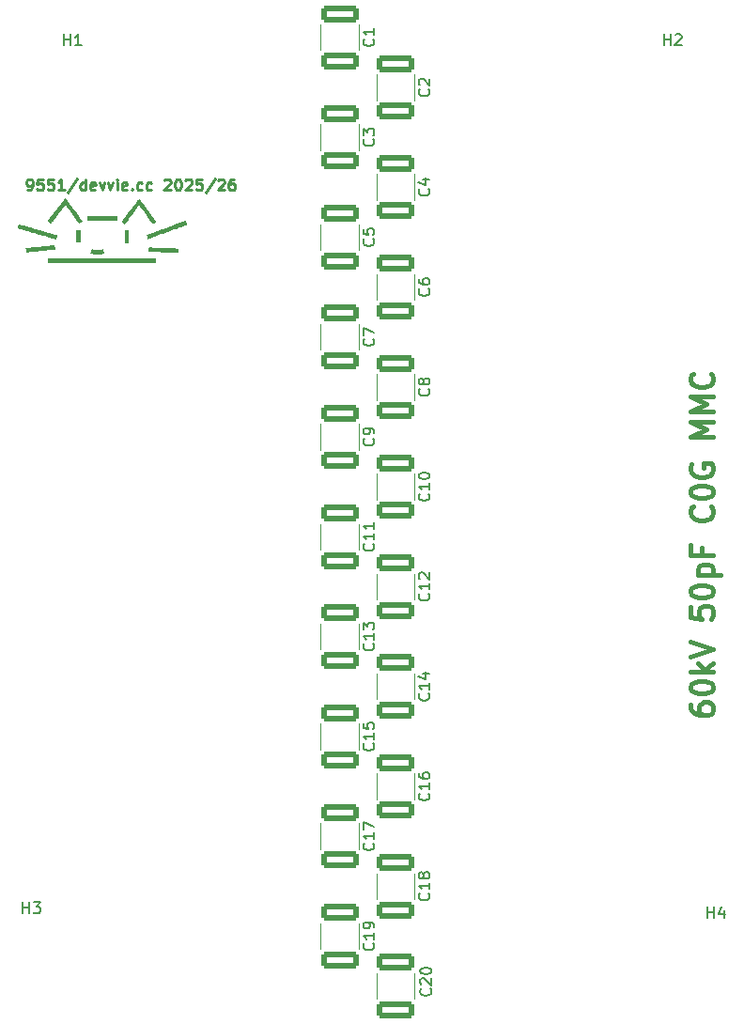
<source format=gbr>
%TF.GenerationSoftware,KiCad,Pcbnew,9.0.6*%
%TF.CreationDate,2025-12-24T02:22:15+01:00*%
%TF.ProjectId,secondary_mmc,7365636f-6e64-4617-9279-5f6d6d632e6b,rev?*%
%TF.SameCoordinates,Original*%
%TF.FileFunction,Legend,Top*%
%TF.FilePolarity,Positive*%
%FSLAX46Y46*%
G04 Gerber Fmt 4.6, Leading zero omitted, Abs format (unit mm)*
G04 Created by KiCad (PCBNEW 9.0.6) date 2025-12-24 02:22:15*
%MOMM*%
%LPD*%
G01*
G04 APERTURE LIST*
G04 Aperture macros list*
%AMRoundRect*
0 Rectangle with rounded corners*
0 $1 Rounding radius*
0 $2 $3 $4 $5 $6 $7 $8 $9 X,Y pos of 4 corners*
0 Add a 4 corners polygon primitive as box body*
4,1,4,$2,$3,$4,$5,$6,$7,$8,$9,$2,$3,0*
0 Add four circle primitives for the rounded corners*
1,1,$1+$1,$2,$3*
1,1,$1+$1,$4,$5*
1,1,$1+$1,$6,$7*
1,1,$1+$1,$8,$9*
0 Add four rect primitives between the rounded corners*
20,1,$1+$1,$2,$3,$4,$5,0*
20,1,$1+$1,$4,$5,$6,$7,0*
20,1,$1+$1,$6,$7,$8,$9,0*
20,1,$1+$1,$8,$9,$2,$3,0*%
G04 Aperture macros list end*
%ADD10C,0.400000*%
%ADD11C,0.250000*%
%ADD12C,0.150000*%
%ADD13C,0.000000*%
%ADD14C,0.120000*%
%ADD15C,0.100000*%
%ADD16C,3.200000*%
%ADD17RoundRect,0.250000X-1.450000X0.537500X-1.450000X-0.537500X1.450000X-0.537500X1.450000X0.537500X0*%
G04 APERTURE END LIST*
D10*
X142634438Y-143803509D02*
X142634438Y-144184462D01*
X142634438Y-144184462D02*
X142729676Y-144374938D01*
X142729676Y-144374938D02*
X142824914Y-144470176D01*
X142824914Y-144470176D02*
X143110628Y-144660652D01*
X143110628Y-144660652D02*
X143491580Y-144755890D01*
X143491580Y-144755890D02*
X144253485Y-144755890D01*
X144253485Y-144755890D02*
X144443961Y-144660652D01*
X144443961Y-144660652D02*
X144539200Y-144565414D01*
X144539200Y-144565414D02*
X144634438Y-144374938D01*
X144634438Y-144374938D02*
X144634438Y-143993985D01*
X144634438Y-143993985D02*
X144539200Y-143803509D01*
X144539200Y-143803509D02*
X144443961Y-143708271D01*
X144443961Y-143708271D02*
X144253485Y-143613033D01*
X144253485Y-143613033D02*
X143777295Y-143613033D01*
X143777295Y-143613033D02*
X143586819Y-143708271D01*
X143586819Y-143708271D02*
X143491580Y-143803509D01*
X143491580Y-143803509D02*
X143396342Y-143993985D01*
X143396342Y-143993985D02*
X143396342Y-144374938D01*
X143396342Y-144374938D02*
X143491580Y-144565414D01*
X143491580Y-144565414D02*
X143586819Y-144660652D01*
X143586819Y-144660652D02*
X143777295Y-144755890D01*
X142634438Y-142374938D02*
X142634438Y-142184461D01*
X142634438Y-142184461D02*
X142729676Y-141993985D01*
X142729676Y-141993985D02*
X142824914Y-141898747D01*
X142824914Y-141898747D02*
X143015390Y-141803509D01*
X143015390Y-141803509D02*
X143396342Y-141708271D01*
X143396342Y-141708271D02*
X143872533Y-141708271D01*
X143872533Y-141708271D02*
X144253485Y-141803509D01*
X144253485Y-141803509D02*
X144443961Y-141898747D01*
X144443961Y-141898747D02*
X144539200Y-141993985D01*
X144539200Y-141993985D02*
X144634438Y-142184461D01*
X144634438Y-142184461D02*
X144634438Y-142374938D01*
X144634438Y-142374938D02*
X144539200Y-142565414D01*
X144539200Y-142565414D02*
X144443961Y-142660652D01*
X144443961Y-142660652D02*
X144253485Y-142755890D01*
X144253485Y-142755890D02*
X143872533Y-142851128D01*
X143872533Y-142851128D02*
X143396342Y-142851128D01*
X143396342Y-142851128D02*
X143015390Y-142755890D01*
X143015390Y-142755890D02*
X142824914Y-142660652D01*
X142824914Y-142660652D02*
X142729676Y-142565414D01*
X142729676Y-142565414D02*
X142634438Y-142374938D01*
X144634438Y-140851128D02*
X142634438Y-140851128D01*
X143872533Y-140660652D02*
X144634438Y-140089223D01*
X143301104Y-140089223D02*
X144063009Y-140851128D01*
X142634438Y-139517794D02*
X144634438Y-138851128D01*
X144634438Y-138851128D02*
X142634438Y-138184461D01*
X142634438Y-135041603D02*
X142634438Y-135993984D01*
X142634438Y-135993984D02*
X143586819Y-136089222D01*
X143586819Y-136089222D02*
X143491580Y-135993984D01*
X143491580Y-135993984D02*
X143396342Y-135803508D01*
X143396342Y-135803508D02*
X143396342Y-135327317D01*
X143396342Y-135327317D02*
X143491580Y-135136841D01*
X143491580Y-135136841D02*
X143586819Y-135041603D01*
X143586819Y-135041603D02*
X143777295Y-134946365D01*
X143777295Y-134946365D02*
X144253485Y-134946365D01*
X144253485Y-134946365D02*
X144443961Y-135041603D01*
X144443961Y-135041603D02*
X144539200Y-135136841D01*
X144539200Y-135136841D02*
X144634438Y-135327317D01*
X144634438Y-135327317D02*
X144634438Y-135803508D01*
X144634438Y-135803508D02*
X144539200Y-135993984D01*
X144539200Y-135993984D02*
X144443961Y-136089222D01*
X142634438Y-133708270D02*
X142634438Y-133517793D01*
X142634438Y-133517793D02*
X142729676Y-133327317D01*
X142729676Y-133327317D02*
X142824914Y-133232079D01*
X142824914Y-133232079D02*
X143015390Y-133136841D01*
X143015390Y-133136841D02*
X143396342Y-133041603D01*
X143396342Y-133041603D02*
X143872533Y-133041603D01*
X143872533Y-133041603D02*
X144253485Y-133136841D01*
X144253485Y-133136841D02*
X144443961Y-133232079D01*
X144443961Y-133232079D02*
X144539200Y-133327317D01*
X144539200Y-133327317D02*
X144634438Y-133517793D01*
X144634438Y-133517793D02*
X144634438Y-133708270D01*
X144634438Y-133708270D02*
X144539200Y-133898746D01*
X144539200Y-133898746D02*
X144443961Y-133993984D01*
X144443961Y-133993984D02*
X144253485Y-134089222D01*
X144253485Y-134089222D02*
X143872533Y-134184460D01*
X143872533Y-134184460D02*
X143396342Y-134184460D01*
X143396342Y-134184460D02*
X143015390Y-134089222D01*
X143015390Y-134089222D02*
X142824914Y-133993984D01*
X142824914Y-133993984D02*
X142729676Y-133898746D01*
X142729676Y-133898746D02*
X142634438Y-133708270D01*
X143301104Y-132184460D02*
X145301104Y-132184460D01*
X143396342Y-132184460D02*
X143301104Y-131993984D01*
X143301104Y-131993984D02*
X143301104Y-131613031D01*
X143301104Y-131613031D02*
X143396342Y-131422555D01*
X143396342Y-131422555D02*
X143491580Y-131327317D01*
X143491580Y-131327317D02*
X143682057Y-131232079D01*
X143682057Y-131232079D02*
X144253485Y-131232079D01*
X144253485Y-131232079D02*
X144443961Y-131327317D01*
X144443961Y-131327317D02*
X144539200Y-131422555D01*
X144539200Y-131422555D02*
X144634438Y-131613031D01*
X144634438Y-131613031D02*
X144634438Y-131993984D01*
X144634438Y-131993984D02*
X144539200Y-132184460D01*
X143586819Y-129708269D02*
X143586819Y-130374936D01*
X144634438Y-130374936D02*
X142634438Y-130374936D01*
X142634438Y-130374936D02*
X142634438Y-129422555D01*
X144443961Y-125993983D02*
X144539200Y-126089221D01*
X144539200Y-126089221D02*
X144634438Y-126374935D01*
X144634438Y-126374935D02*
X144634438Y-126565411D01*
X144634438Y-126565411D02*
X144539200Y-126851126D01*
X144539200Y-126851126D02*
X144348723Y-127041602D01*
X144348723Y-127041602D02*
X144158247Y-127136840D01*
X144158247Y-127136840D02*
X143777295Y-127232078D01*
X143777295Y-127232078D02*
X143491580Y-127232078D01*
X143491580Y-127232078D02*
X143110628Y-127136840D01*
X143110628Y-127136840D02*
X142920152Y-127041602D01*
X142920152Y-127041602D02*
X142729676Y-126851126D01*
X142729676Y-126851126D02*
X142634438Y-126565411D01*
X142634438Y-126565411D02*
X142634438Y-126374935D01*
X142634438Y-126374935D02*
X142729676Y-126089221D01*
X142729676Y-126089221D02*
X142824914Y-125993983D01*
X142634438Y-124755888D02*
X142634438Y-124565411D01*
X142634438Y-124565411D02*
X142729676Y-124374935D01*
X142729676Y-124374935D02*
X142824914Y-124279697D01*
X142824914Y-124279697D02*
X143015390Y-124184459D01*
X143015390Y-124184459D02*
X143396342Y-124089221D01*
X143396342Y-124089221D02*
X143872533Y-124089221D01*
X143872533Y-124089221D02*
X144253485Y-124184459D01*
X144253485Y-124184459D02*
X144443961Y-124279697D01*
X144443961Y-124279697D02*
X144539200Y-124374935D01*
X144539200Y-124374935D02*
X144634438Y-124565411D01*
X144634438Y-124565411D02*
X144634438Y-124755888D01*
X144634438Y-124755888D02*
X144539200Y-124946364D01*
X144539200Y-124946364D02*
X144443961Y-125041602D01*
X144443961Y-125041602D02*
X144253485Y-125136840D01*
X144253485Y-125136840D02*
X143872533Y-125232078D01*
X143872533Y-125232078D02*
X143396342Y-125232078D01*
X143396342Y-125232078D02*
X143015390Y-125136840D01*
X143015390Y-125136840D02*
X142824914Y-125041602D01*
X142824914Y-125041602D02*
X142729676Y-124946364D01*
X142729676Y-124946364D02*
X142634438Y-124755888D01*
X142729676Y-122184459D02*
X142634438Y-122374935D01*
X142634438Y-122374935D02*
X142634438Y-122660649D01*
X142634438Y-122660649D02*
X142729676Y-122946364D01*
X142729676Y-122946364D02*
X142920152Y-123136840D01*
X142920152Y-123136840D02*
X143110628Y-123232078D01*
X143110628Y-123232078D02*
X143491580Y-123327316D01*
X143491580Y-123327316D02*
X143777295Y-123327316D01*
X143777295Y-123327316D02*
X144158247Y-123232078D01*
X144158247Y-123232078D02*
X144348723Y-123136840D01*
X144348723Y-123136840D02*
X144539200Y-122946364D01*
X144539200Y-122946364D02*
X144634438Y-122660649D01*
X144634438Y-122660649D02*
X144634438Y-122470173D01*
X144634438Y-122470173D02*
X144539200Y-122184459D01*
X144539200Y-122184459D02*
X144443961Y-122089221D01*
X144443961Y-122089221D02*
X143777295Y-122089221D01*
X143777295Y-122089221D02*
X143777295Y-122470173D01*
X144634438Y-119708268D02*
X142634438Y-119708268D01*
X142634438Y-119708268D02*
X144063009Y-119041601D01*
X144063009Y-119041601D02*
X142634438Y-118374935D01*
X142634438Y-118374935D02*
X144634438Y-118374935D01*
X144634438Y-117422554D02*
X142634438Y-117422554D01*
X142634438Y-117422554D02*
X144063009Y-116755887D01*
X144063009Y-116755887D02*
X142634438Y-116089221D01*
X142634438Y-116089221D02*
X144634438Y-116089221D01*
X144443961Y-113993983D02*
X144539200Y-114089221D01*
X144539200Y-114089221D02*
X144634438Y-114374935D01*
X144634438Y-114374935D02*
X144634438Y-114565411D01*
X144634438Y-114565411D02*
X144539200Y-114851126D01*
X144539200Y-114851126D02*
X144348723Y-115041602D01*
X144348723Y-115041602D02*
X144158247Y-115136840D01*
X144158247Y-115136840D02*
X143777295Y-115232078D01*
X143777295Y-115232078D02*
X143491580Y-115232078D01*
X143491580Y-115232078D02*
X143110628Y-115136840D01*
X143110628Y-115136840D02*
X142920152Y-115041602D01*
X142920152Y-115041602D02*
X142729676Y-114851126D01*
X142729676Y-114851126D02*
X142634438Y-114565411D01*
X142634438Y-114565411D02*
X142634438Y-114374935D01*
X142634438Y-114374935D02*
X142729676Y-114089221D01*
X142729676Y-114089221D02*
X142824914Y-113993983D01*
D11*
X82850187Y-97464619D02*
X83040663Y-97464619D01*
X83040663Y-97464619D02*
X83135901Y-97417000D01*
X83135901Y-97417000D02*
X83183520Y-97369380D01*
X83183520Y-97369380D02*
X83278758Y-97226523D01*
X83278758Y-97226523D02*
X83326377Y-97036047D01*
X83326377Y-97036047D02*
X83326377Y-96655095D01*
X83326377Y-96655095D02*
X83278758Y-96559857D01*
X83278758Y-96559857D02*
X83231139Y-96512238D01*
X83231139Y-96512238D02*
X83135901Y-96464619D01*
X83135901Y-96464619D02*
X82945425Y-96464619D01*
X82945425Y-96464619D02*
X82850187Y-96512238D01*
X82850187Y-96512238D02*
X82802568Y-96559857D01*
X82802568Y-96559857D02*
X82754949Y-96655095D01*
X82754949Y-96655095D02*
X82754949Y-96893190D01*
X82754949Y-96893190D02*
X82802568Y-96988428D01*
X82802568Y-96988428D02*
X82850187Y-97036047D01*
X82850187Y-97036047D02*
X82945425Y-97083666D01*
X82945425Y-97083666D02*
X83135901Y-97083666D01*
X83135901Y-97083666D02*
X83231139Y-97036047D01*
X83231139Y-97036047D02*
X83278758Y-96988428D01*
X83278758Y-96988428D02*
X83326377Y-96893190D01*
X84231139Y-96464619D02*
X83754949Y-96464619D01*
X83754949Y-96464619D02*
X83707330Y-96940809D01*
X83707330Y-96940809D02*
X83754949Y-96893190D01*
X83754949Y-96893190D02*
X83850187Y-96845571D01*
X83850187Y-96845571D02*
X84088282Y-96845571D01*
X84088282Y-96845571D02*
X84183520Y-96893190D01*
X84183520Y-96893190D02*
X84231139Y-96940809D01*
X84231139Y-96940809D02*
X84278758Y-97036047D01*
X84278758Y-97036047D02*
X84278758Y-97274142D01*
X84278758Y-97274142D02*
X84231139Y-97369380D01*
X84231139Y-97369380D02*
X84183520Y-97417000D01*
X84183520Y-97417000D02*
X84088282Y-97464619D01*
X84088282Y-97464619D02*
X83850187Y-97464619D01*
X83850187Y-97464619D02*
X83754949Y-97417000D01*
X83754949Y-97417000D02*
X83707330Y-97369380D01*
X85183520Y-96464619D02*
X84707330Y-96464619D01*
X84707330Y-96464619D02*
X84659711Y-96940809D01*
X84659711Y-96940809D02*
X84707330Y-96893190D01*
X84707330Y-96893190D02*
X84802568Y-96845571D01*
X84802568Y-96845571D02*
X85040663Y-96845571D01*
X85040663Y-96845571D02*
X85135901Y-96893190D01*
X85135901Y-96893190D02*
X85183520Y-96940809D01*
X85183520Y-96940809D02*
X85231139Y-97036047D01*
X85231139Y-97036047D02*
X85231139Y-97274142D01*
X85231139Y-97274142D02*
X85183520Y-97369380D01*
X85183520Y-97369380D02*
X85135901Y-97417000D01*
X85135901Y-97417000D02*
X85040663Y-97464619D01*
X85040663Y-97464619D02*
X84802568Y-97464619D01*
X84802568Y-97464619D02*
X84707330Y-97417000D01*
X84707330Y-97417000D02*
X84659711Y-97369380D01*
X86183520Y-97464619D02*
X85612092Y-97464619D01*
X85897806Y-97464619D02*
X85897806Y-96464619D01*
X85897806Y-96464619D02*
X85802568Y-96607476D01*
X85802568Y-96607476D02*
X85707330Y-96702714D01*
X85707330Y-96702714D02*
X85612092Y-96750333D01*
X87326377Y-96417000D02*
X86469235Y-97702714D01*
X88088282Y-97464619D02*
X88088282Y-96464619D01*
X88088282Y-97417000D02*
X87993044Y-97464619D01*
X87993044Y-97464619D02*
X87802568Y-97464619D01*
X87802568Y-97464619D02*
X87707330Y-97417000D01*
X87707330Y-97417000D02*
X87659711Y-97369380D01*
X87659711Y-97369380D02*
X87612092Y-97274142D01*
X87612092Y-97274142D02*
X87612092Y-96988428D01*
X87612092Y-96988428D02*
X87659711Y-96893190D01*
X87659711Y-96893190D02*
X87707330Y-96845571D01*
X87707330Y-96845571D02*
X87802568Y-96797952D01*
X87802568Y-96797952D02*
X87993044Y-96797952D01*
X87993044Y-96797952D02*
X88088282Y-96845571D01*
X88945425Y-97417000D02*
X88850187Y-97464619D01*
X88850187Y-97464619D02*
X88659711Y-97464619D01*
X88659711Y-97464619D02*
X88564473Y-97417000D01*
X88564473Y-97417000D02*
X88516854Y-97321761D01*
X88516854Y-97321761D02*
X88516854Y-96940809D01*
X88516854Y-96940809D02*
X88564473Y-96845571D01*
X88564473Y-96845571D02*
X88659711Y-96797952D01*
X88659711Y-96797952D02*
X88850187Y-96797952D01*
X88850187Y-96797952D02*
X88945425Y-96845571D01*
X88945425Y-96845571D02*
X88993044Y-96940809D01*
X88993044Y-96940809D02*
X88993044Y-97036047D01*
X88993044Y-97036047D02*
X88516854Y-97131285D01*
X89326378Y-96797952D02*
X89564473Y-97464619D01*
X89564473Y-97464619D02*
X89802568Y-96797952D01*
X90088283Y-96797952D02*
X90326378Y-97464619D01*
X90326378Y-97464619D02*
X90564473Y-96797952D01*
X90945426Y-97464619D02*
X90945426Y-96797952D01*
X90945426Y-96464619D02*
X90897807Y-96512238D01*
X90897807Y-96512238D02*
X90945426Y-96559857D01*
X90945426Y-96559857D02*
X90993045Y-96512238D01*
X90993045Y-96512238D02*
X90945426Y-96464619D01*
X90945426Y-96464619D02*
X90945426Y-96559857D01*
X91802568Y-97417000D02*
X91707330Y-97464619D01*
X91707330Y-97464619D02*
X91516854Y-97464619D01*
X91516854Y-97464619D02*
X91421616Y-97417000D01*
X91421616Y-97417000D02*
X91373997Y-97321761D01*
X91373997Y-97321761D02*
X91373997Y-96940809D01*
X91373997Y-96940809D02*
X91421616Y-96845571D01*
X91421616Y-96845571D02*
X91516854Y-96797952D01*
X91516854Y-96797952D02*
X91707330Y-96797952D01*
X91707330Y-96797952D02*
X91802568Y-96845571D01*
X91802568Y-96845571D02*
X91850187Y-96940809D01*
X91850187Y-96940809D02*
X91850187Y-97036047D01*
X91850187Y-97036047D02*
X91373997Y-97131285D01*
X92278759Y-97369380D02*
X92326378Y-97417000D01*
X92326378Y-97417000D02*
X92278759Y-97464619D01*
X92278759Y-97464619D02*
X92231140Y-97417000D01*
X92231140Y-97417000D02*
X92278759Y-97369380D01*
X92278759Y-97369380D02*
X92278759Y-97464619D01*
X93183520Y-97417000D02*
X93088282Y-97464619D01*
X93088282Y-97464619D02*
X92897806Y-97464619D01*
X92897806Y-97464619D02*
X92802568Y-97417000D01*
X92802568Y-97417000D02*
X92754949Y-97369380D01*
X92754949Y-97369380D02*
X92707330Y-97274142D01*
X92707330Y-97274142D02*
X92707330Y-96988428D01*
X92707330Y-96988428D02*
X92754949Y-96893190D01*
X92754949Y-96893190D02*
X92802568Y-96845571D01*
X92802568Y-96845571D02*
X92897806Y-96797952D01*
X92897806Y-96797952D02*
X93088282Y-96797952D01*
X93088282Y-96797952D02*
X93183520Y-96845571D01*
X94040663Y-97417000D02*
X93945425Y-97464619D01*
X93945425Y-97464619D02*
X93754949Y-97464619D01*
X93754949Y-97464619D02*
X93659711Y-97417000D01*
X93659711Y-97417000D02*
X93612092Y-97369380D01*
X93612092Y-97369380D02*
X93564473Y-97274142D01*
X93564473Y-97274142D02*
X93564473Y-96988428D01*
X93564473Y-96988428D02*
X93612092Y-96893190D01*
X93612092Y-96893190D02*
X93659711Y-96845571D01*
X93659711Y-96845571D02*
X93754949Y-96797952D01*
X93754949Y-96797952D02*
X93945425Y-96797952D01*
X93945425Y-96797952D02*
X94040663Y-96845571D01*
X95183521Y-96559857D02*
X95231140Y-96512238D01*
X95231140Y-96512238D02*
X95326378Y-96464619D01*
X95326378Y-96464619D02*
X95564473Y-96464619D01*
X95564473Y-96464619D02*
X95659711Y-96512238D01*
X95659711Y-96512238D02*
X95707330Y-96559857D01*
X95707330Y-96559857D02*
X95754949Y-96655095D01*
X95754949Y-96655095D02*
X95754949Y-96750333D01*
X95754949Y-96750333D02*
X95707330Y-96893190D01*
X95707330Y-96893190D02*
X95135902Y-97464619D01*
X95135902Y-97464619D02*
X95754949Y-97464619D01*
X96373997Y-96464619D02*
X96469235Y-96464619D01*
X96469235Y-96464619D02*
X96564473Y-96512238D01*
X96564473Y-96512238D02*
X96612092Y-96559857D01*
X96612092Y-96559857D02*
X96659711Y-96655095D01*
X96659711Y-96655095D02*
X96707330Y-96845571D01*
X96707330Y-96845571D02*
X96707330Y-97083666D01*
X96707330Y-97083666D02*
X96659711Y-97274142D01*
X96659711Y-97274142D02*
X96612092Y-97369380D01*
X96612092Y-97369380D02*
X96564473Y-97417000D01*
X96564473Y-97417000D02*
X96469235Y-97464619D01*
X96469235Y-97464619D02*
X96373997Y-97464619D01*
X96373997Y-97464619D02*
X96278759Y-97417000D01*
X96278759Y-97417000D02*
X96231140Y-97369380D01*
X96231140Y-97369380D02*
X96183521Y-97274142D01*
X96183521Y-97274142D02*
X96135902Y-97083666D01*
X96135902Y-97083666D02*
X96135902Y-96845571D01*
X96135902Y-96845571D02*
X96183521Y-96655095D01*
X96183521Y-96655095D02*
X96231140Y-96559857D01*
X96231140Y-96559857D02*
X96278759Y-96512238D01*
X96278759Y-96512238D02*
X96373997Y-96464619D01*
X97088283Y-96559857D02*
X97135902Y-96512238D01*
X97135902Y-96512238D02*
X97231140Y-96464619D01*
X97231140Y-96464619D02*
X97469235Y-96464619D01*
X97469235Y-96464619D02*
X97564473Y-96512238D01*
X97564473Y-96512238D02*
X97612092Y-96559857D01*
X97612092Y-96559857D02*
X97659711Y-96655095D01*
X97659711Y-96655095D02*
X97659711Y-96750333D01*
X97659711Y-96750333D02*
X97612092Y-96893190D01*
X97612092Y-96893190D02*
X97040664Y-97464619D01*
X97040664Y-97464619D02*
X97659711Y-97464619D01*
X98564473Y-96464619D02*
X98088283Y-96464619D01*
X98088283Y-96464619D02*
X98040664Y-96940809D01*
X98040664Y-96940809D02*
X98088283Y-96893190D01*
X98088283Y-96893190D02*
X98183521Y-96845571D01*
X98183521Y-96845571D02*
X98421616Y-96845571D01*
X98421616Y-96845571D02*
X98516854Y-96893190D01*
X98516854Y-96893190D02*
X98564473Y-96940809D01*
X98564473Y-96940809D02*
X98612092Y-97036047D01*
X98612092Y-97036047D02*
X98612092Y-97274142D01*
X98612092Y-97274142D02*
X98564473Y-97369380D01*
X98564473Y-97369380D02*
X98516854Y-97417000D01*
X98516854Y-97417000D02*
X98421616Y-97464619D01*
X98421616Y-97464619D02*
X98183521Y-97464619D01*
X98183521Y-97464619D02*
X98088283Y-97417000D01*
X98088283Y-97417000D02*
X98040664Y-97369380D01*
X99754949Y-96417000D02*
X98897807Y-97702714D01*
X100040664Y-96559857D02*
X100088283Y-96512238D01*
X100088283Y-96512238D02*
X100183521Y-96464619D01*
X100183521Y-96464619D02*
X100421616Y-96464619D01*
X100421616Y-96464619D02*
X100516854Y-96512238D01*
X100516854Y-96512238D02*
X100564473Y-96559857D01*
X100564473Y-96559857D02*
X100612092Y-96655095D01*
X100612092Y-96655095D02*
X100612092Y-96750333D01*
X100612092Y-96750333D02*
X100564473Y-96893190D01*
X100564473Y-96893190D02*
X99993045Y-97464619D01*
X99993045Y-97464619D02*
X100612092Y-97464619D01*
X101469235Y-96464619D02*
X101278759Y-96464619D01*
X101278759Y-96464619D02*
X101183521Y-96512238D01*
X101183521Y-96512238D02*
X101135902Y-96559857D01*
X101135902Y-96559857D02*
X101040664Y-96702714D01*
X101040664Y-96702714D02*
X100993045Y-96893190D01*
X100993045Y-96893190D02*
X100993045Y-97274142D01*
X100993045Y-97274142D02*
X101040664Y-97369380D01*
X101040664Y-97369380D02*
X101088283Y-97417000D01*
X101088283Y-97417000D02*
X101183521Y-97464619D01*
X101183521Y-97464619D02*
X101373997Y-97464619D01*
X101373997Y-97464619D02*
X101469235Y-97417000D01*
X101469235Y-97417000D02*
X101516854Y-97369380D01*
X101516854Y-97369380D02*
X101564473Y-97274142D01*
X101564473Y-97274142D02*
X101564473Y-97036047D01*
X101564473Y-97036047D02*
X101516854Y-96940809D01*
X101516854Y-96940809D02*
X101469235Y-96893190D01*
X101469235Y-96893190D02*
X101373997Y-96845571D01*
X101373997Y-96845571D02*
X101183521Y-96845571D01*
X101183521Y-96845571D02*
X101088283Y-96893190D01*
X101088283Y-96893190D02*
X101040664Y-96940809D01*
X101040664Y-96940809D02*
X100993045Y-97036047D01*
D12*
X86138095Y-84404819D02*
X86138095Y-83404819D01*
X86138095Y-83881009D02*
X86709523Y-83881009D01*
X86709523Y-84404819D02*
X86709523Y-83404819D01*
X87709523Y-84404819D02*
X87138095Y-84404819D01*
X87423809Y-84404819D02*
X87423809Y-83404819D01*
X87423809Y-83404819D02*
X87328571Y-83547676D01*
X87328571Y-83547676D02*
X87233333Y-83642914D01*
X87233333Y-83642914D02*
X87138095Y-83690533D01*
X140238095Y-84404819D02*
X140238095Y-83404819D01*
X140238095Y-83881009D02*
X140809523Y-83881009D01*
X140809523Y-84404819D02*
X140809523Y-83404819D01*
X141238095Y-83500057D02*
X141285714Y-83452438D01*
X141285714Y-83452438D02*
X141380952Y-83404819D01*
X141380952Y-83404819D02*
X141619047Y-83404819D01*
X141619047Y-83404819D02*
X141714285Y-83452438D01*
X141714285Y-83452438D02*
X141761904Y-83500057D01*
X141761904Y-83500057D02*
X141809523Y-83595295D01*
X141809523Y-83595295D02*
X141809523Y-83690533D01*
X141809523Y-83690533D02*
X141761904Y-83833390D01*
X141761904Y-83833390D02*
X141190476Y-84404819D01*
X141190476Y-84404819D02*
X141809523Y-84404819D01*
X82438095Y-162654819D02*
X82438095Y-161654819D01*
X82438095Y-162131009D02*
X83009523Y-162131009D01*
X83009523Y-162654819D02*
X83009523Y-161654819D01*
X83390476Y-161654819D02*
X84009523Y-161654819D01*
X84009523Y-161654819D02*
X83676190Y-162035771D01*
X83676190Y-162035771D02*
X83819047Y-162035771D01*
X83819047Y-162035771D02*
X83914285Y-162083390D01*
X83914285Y-162083390D02*
X83961904Y-162131009D01*
X83961904Y-162131009D02*
X84009523Y-162226247D01*
X84009523Y-162226247D02*
X84009523Y-162464342D01*
X84009523Y-162464342D02*
X83961904Y-162559580D01*
X83961904Y-162559580D02*
X83914285Y-162607200D01*
X83914285Y-162607200D02*
X83819047Y-162654819D01*
X83819047Y-162654819D02*
X83533333Y-162654819D01*
X83533333Y-162654819D02*
X83438095Y-162607200D01*
X83438095Y-162607200D02*
X83390476Y-162559580D01*
X144138095Y-163054819D02*
X144138095Y-162054819D01*
X144138095Y-162531009D02*
X144709523Y-162531009D01*
X144709523Y-163054819D02*
X144709523Y-162054819D01*
X145614285Y-162388152D02*
X145614285Y-163054819D01*
X145376190Y-162007200D02*
X145138095Y-162721485D01*
X145138095Y-162721485D02*
X145757142Y-162721485D01*
X114009580Y-101866666D02*
X114057200Y-101914285D01*
X114057200Y-101914285D02*
X114104819Y-102057142D01*
X114104819Y-102057142D02*
X114104819Y-102152380D01*
X114104819Y-102152380D02*
X114057200Y-102295237D01*
X114057200Y-102295237D02*
X113961961Y-102390475D01*
X113961961Y-102390475D02*
X113866723Y-102438094D01*
X113866723Y-102438094D02*
X113676247Y-102485713D01*
X113676247Y-102485713D02*
X113533390Y-102485713D01*
X113533390Y-102485713D02*
X113342914Y-102438094D01*
X113342914Y-102438094D02*
X113247676Y-102390475D01*
X113247676Y-102390475D02*
X113152438Y-102295237D01*
X113152438Y-102295237D02*
X113104819Y-102152380D01*
X113104819Y-102152380D02*
X113104819Y-102057142D01*
X113104819Y-102057142D02*
X113152438Y-101914285D01*
X113152438Y-101914285D02*
X113200057Y-101866666D01*
X113104819Y-100961904D02*
X113104819Y-101438094D01*
X113104819Y-101438094D02*
X113581009Y-101485713D01*
X113581009Y-101485713D02*
X113533390Y-101438094D01*
X113533390Y-101438094D02*
X113485771Y-101342856D01*
X113485771Y-101342856D02*
X113485771Y-101104761D01*
X113485771Y-101104761D02*
X113533390Y-101009523D01*
X113533390Y-101009523D02*
X113581009Y-100961904D01*
X113581009Y-100961904D02*
X113676247Y-100914285D01*
X113676247Y-100914285D02*
X113914342Y-100914285D01*
X113914342Y-100914285D02*
X114009580Y-100961904D01*
X114009580Y-100961904D02*
X114057200Y-101009523D01*
X114057200Y-101009523D02*
X114104819Y-101104761D01*
X114104819Y-101104761D02*
X114104819Y-101342856D01*
X114104819Y-101342856D02*
X114057200Y-101438094D01*
X114057200Y-101438094D02*
X114009580Y-101485713D01*
X119009580Y-97366666D02*
X119057200Y-97414285D01*
X119057200Y-97414285D02*
X119104819Y-97557142D01*
X119104819Y-97557142D02*
X119104819Y-97652380D01*
X119104819Y-97652380D02*
X119057200Y-97795237D01*
X119057200Y-97795237D02*
X118961961Y-97890475D01*
X118961961Y-97890475D02*
X118866723Y-97938094D01*
X118866723Y-97938094D02*
X118676247Y-97985713D01*
X118676247Y-97985713D02*
X118533390Y-97985713D01*
X118533390Y-97985713D02*
X118342914Y-97938094D01*
X118342914Y-97938094D02*
X118247676Y-97890475D01*
X118247676Y-97890475D02*
X118152438Y-97795237D01*
X118152438Y-97795237D02*
X118104819Y-97652380D01*
X118104819Y-97652380D02*
X118104819Y-97557142D01*
X118104819Y-97557142D02*
X118152438Y-97414285D01*
X118152438Y-97414285D02*
X118200057Y-97366666D01*
X118438152Y-96509523D02*
X119104819Y-96509523D01*
X118057200Y-96747618D02*
X118771485Y-96985713D01*
X118771485Y-96985713D02*
X118771485Y-96366666D01*
X114009580Y-83866666D02*
X114057200Y-83914285D01*
X114057200Y-83914285D02*
X114104819Y-84057142D01*
X114104819Y-84057142D02*
X114104819Y-84152380D01*
X114104819Y-84152380D02*
X114057200Y-84295237D01*
X114057200Y-84295237D02*
X113961961Y-84390475D01*
X113961961Y-84390475D02*
X113866723Y-84438094D01*
X113866723Y-84438094D02*
X113676247Y-84485713D01*
X113676247Y-84485713D02*
X113533390Y-84485713D01*
X113533390Y-84485713D02*
X113342914Y-84438094D01*
X113342914Y-84438094D02*
X113247676Y-84390475D01*
X113247676Y-84390475D02*
X113152438Y-84295237D01*
X113152438Y-84295237D02*
X113104819Y-84152380D01*
X113104819Y-84152380D02*
X113104819Y-84057142D01*
X113104819Y-84057142D02*
X113152438Y-83914285D01*
X113152438Y-83914285D02*
X113200057Y-83866666D01*
X114104819Y-82914285D02*
X114104819Y-83485713D01*
X114104819Y-83199999D02*
X113104819Y-83199999D01*
X113104819Y-83199999D02*
X113247676Y-83295237D01*
X113247676Y-83295237D02*
X113342914Y-83390475D01*
X113342914Y-83390475D02*
X113390533Y-83485713D01*
X119009580Y-88366666D02*
X119057200Y-88414285D01*
X119057200Y-88414285D02*
X119104819Y-88557142D01*
X119104819Y-88557142D02*
X119104819Y-88652380D01*
X119104819Y-88652380D02*
X119057200Y-88795237D01*
X119057200Y-88795237D02*
X118961961Y-88890475D01*
X118961961Y-88890475D02*
X118866723Y-88938094D01*
X118866723Y-88938094D02*
X118676247Y-88985713D01*
X118676247Y-88985713D02*
X118533390Y-88985713D01*
X118533390Y-88985713D02*
X118342914Y-88938094D01*
X118342914Y-88938094D02*
X118247676Y-88890475D01*
X118247676Y-88890475D02*
X118152438Y-88795237D01*
X118152438Y-88795237D02*
X118104819Y-88652380D01*
X118104819Y-88652380D02*
X118104819Y-88557142D01*
X118104819Y-88557142D02*
X118152438Y-88414285D01*
X118152438Y-88414285D02*
X118200057Y-88366666D01*
X118200057Y-87985713D02*
X118152438Y-87938094D01*
X118152438Y-87938094D02*
X118104819Y-87842856D01*
X118104819Y-87842856D02*
X118104819Y-87604761D01*
X118104819Y-87604761D02*
X118152438Y-87509523D01*
X118152438Y-87509523D02*
X118200057Y-87461904D01*
X118200057Y-87461904D02*
X118295295Y-87414285D01*
X118295295Y-87414285D02*
X118390533Y-87414285D01*
X118390533Y-87414285D02*
X118533390Y-87461904D01*
X118533390Y-87461904D02*
X119104819Y-88033332D01*
X119104819Y-88033332D02*
X119104819Y-87414285D01*
X114009580Y-92866666D02*
X114057200Y-92914285D01*
X114057200Y-92914285D02*
X114104819Y-93057142D01*
X114104819Y-93057142D02*
X114104819Y-93152380D01*
X114104819Y-93152380D02*
X114057200Y-93295237D01*
X114057200Y-93295237D02*
X113961961Y-93390475D01*
X113961961Y-93390475D02*
X113866723Y-93438094D01*
X113866723Y-93438094D02*
X113676247Y-93485713D01*
X113676247Y-93485713D02*
X113533390Y-93485713D01*
X113533390Y-93485713D02*
X113342914Y-93438094D01*
X113342914Y-93438094D02*
X113247676Y-93390475D01*
X113247676Y-93390475D02*
X113152438Y-93295237D01*
X113152438Y-93295237D02*
X113104819Y-93152380D01*
X113104819Y-93152380D02*
X113104819Y-93057142D01*
X113104819Y-93057142D02*
X113152438Y-92914285D01*
X113152438Y-92914285D02*
X113200057Y-92866666D01*
X113104819Y-92533332D02*
X113104819Y-91914285D01*
X113104819Y-91914285D02*
X113485771Y-92247618D01*
X113485771Y-92247618D02*
X113485771Y-92104761D01*
X113485771Y-92104761D02*
X113533390Y-92009523D01*
X113533390Y-92009523D02*
X113581009Y-91961904D01*
X113581009Y-91961904D02*
X113676247Y-91914285D01*
X113676247Y-91914285D02*
X113914342Y-91914285D01*
X113914342Y-91914285D02*
X114009580Y-91961904D01*
X114009580Y-91961904D02*
X114057200Y-92009523D01*
X114057200Y-92009523D02*
X114104819Y-92104761D01*
X114104819Y-92104761D02*
X114104819Y-92390475D01*
X114104819Y-92390475D02*
X114057200Y-92485713D01*
X114057200Y-92485713D02*
X114009580Y-92533332D01*
X114009580Y-165342857D02*
X114057200Y-165390476D01*
X114057200Y-165390476D02*
X114104819Y-165533333D01*
X114104819Y-165533333D02*
X114104819Y-165628571D01*
X114104819Y-165628571D02*
X114057200Y-165771428D01*
X114057200Y-165771428D02*
X113961961Y-165866666D01*
X113961961Y-165866666D02*
X113866723Y-165914285D01*
X113866723Y-165914285D02*
X113676247Y-165961904D01*
X113676247Y-165961904D02*
X113533390Y-165961904D01*
X113533390Y-165961904D02*
X113342914Y-165914285D01*
X113342914Y-165914285D02*
X113247676Y-165866666D01*
X113247676Y-165866666D02*
X113152438Y-165771428D01*
X113152438Y-165771428D02*
X113104819Y-165628571D01*
X113104819Y-165628571D02*
X113104819Y-165533333D01*
X113104819Y-165533333D02*
X113152438Y-165390476D01*
X113152438Y-165390476D02*
X113200057Y-165342857D01*
X114104819Y-164390476D02*
X114104819Y-164961904D01*
X114104819Y-164676190D02*
X113104819Y-164676190D01*
X113104819Y-164676190D02*
X113247676Y-164771428D01*
X113247676Y-164771428D02*
X113342914Y-164866666D01*
X113342914Y-164866666D02*
X113390533Y-164961904D01*
X114104819Y-163914285D02*
X114104819Y-163723809D01*
X114104819Y-163723809D02*
X114057200Y-163628571D01*
X114057200Y-163628571D02*
X114009580Y-163580952D01*
X114009580Y-163580952D02*
X113866723Y-163485714D01*
X113866723Y-163485714D02*
X113676247Y-163438095D01*
X113676247Y-163438095D02*
X113295295Y-163438095D01*
X113295295Y-163438095D02*
X113200057Y-163485714D01*
X113200057Y-163485714D02*
X113152438Y-163533333D01*
X113152438Y-163533333D02*
X113104819Y-163628571D01*
X113104819Y-163628571D02*
X113104819Y-163819047D01*
X113104819Y-163819047D02*
X113152438Y-163914285D01*
X113152438Y-163914285D02*
X113200057Y-163961904D01*
X113200057Y-163961904D02*
X113295295Y-164009523D01*
X113295295Y-164009523D02*
X113533390Y-164009523D01*
X113533390Y-164009523D02*
X113628628Y-163961904D01*
X113628628Y-163961904D02*
X113676247Y-163914285D01*
X113676247Y-163914285D02*
X113723866Y-163819047D01*
X113723866Y-163819047D02*
X113723866Y-163628571D01*
X113723866Y-163628571D02*
X113676247Y-163533333D01*
X113676247Y-163533333D02*
X113628628Y-163485714D01*
X113628628Y-163485714D02*
X113533390Y-163438095D01*
X119009580Y-160842857D02*
X119057200Y-160890476D01*
X119057200Y-160890476D02*
X119104819Y-161033333D01*
X119104819Y-161033333D02*
X119104819Y-161128571D01*
X119104819Y-161128571D02*
X119057200Y-161271428D01*
X119057200Y-161271428D02*
X118961961Y-161366666D01*
X118961961Y-161366666D02*
X118866723Y-161414285D01*
X118866723Y-161414285D02*
X118676247Y-161461904D01*
X118676247Y-161461904D02*
X118533390Y-161461904D01*
X118533390Y-161461904D02*
X118342914Y-161414285D01*
X118342914Y-161414285D02*
X118247676Y-161366666D01*
X118247676Y-161366666D02*
X118152438Y-161271428D01*
X118152438Y-161271428D02*
X118104819Y-161128571D01*
X118104819Y-161128571D02*
X118104819Y-161033333D01*
X118104819Y-161033333D02*
X118152438Y-160890476D01*
X118152438Y-160890476D02*
X118200057Y-160842857D01*
X119104819Y-159890476D02*
X119104819Y-160461904D01*
X119104819Y-160176190D02*
X118104819Y-160176190D01*
X118104819Y-160176190D02*
X118247676Y-160271428D01*
X118247676Y-160271428D02*
X118342914Y-160366666D01*
X118342914Y-160366666D02*
X118390533Y-160461904D01*
X118533390Y-159319047D02*
X118485771Y-159414285D01*
X118485771Y-159414285D02*
X118438152Y-159461904D01*
X118438152Y-159461904D02*
X118342914Y-159509523D01*
X118342914Y-159509523D02*
X118295295Y-159509523D01*
X118295295Y-159509523D02*
X118200057Y-159461904D01*
X118200057Y-159461904D02*
X118152438Y-159414285D01*
X118152438Y-159414285D02*
X118104819Y-159319047D01*
X118104819Y-159319047D02*
X118104819Y-159128571D01*
X118104819Y-159128571D02*
X118152438Y-159033333D01*
X118152438Y-159033333D02*
X118200057Y-158985714D01*
X118200057Y-158985714D02*
X118295295Y-158938095D01*
X118295295Y-158938095D02*
X118342914Y-158938095D01*
X118342914Y-158938095D02*
X118438152Y-158985714D01*
X118438152Y-158985714D02*
X118485771Y-159033333D01*
X118485771Y-159033333D02*
X118533390Y-159128571D01*
X118533390Y-159128571D02*
X118533390Y-159319047D01*
X118533390Y-159319047D02*
X118581009Y-159414285D01*
X118581009Y-159414285D02*
X118628628Y-159461904D01*
X118628628Y-159461904D02*
X118723866Y-159509523D01*
X118723866Y-159509523D02*
X118914342Y-159509523D01*
X118914342Y-159509523D02*
X119009580Y-159461904D01*
X119009580Y-159461904D02*
X119057200Y-159414285D01*
X119057200Y-159414285D02*
X119104819Y-159319047D01*
X119104819Y-159319047D02*
X119104819Y-159128571D01*
X119104819Y-159128571D02*
X119057200Y-159033333D01*
X119057200Y-159033333D02*
X119009580Y-158985714D01*
X119009580Y-158985714D02*
X118914342Y-158938095D01*
X118914342Y-158938095D02*
X118723866Y-158938095D01*
X118723866Y-158938095D02*
X118628628Y-158985714D01*
X118628628Y-158985714D02*
X118581009Y-159033333D01*
X118581009Y-159033333D02*
X118533390Y-159128571D01*
X114009580Y-156342857D02*
X114057200Y-156390476D01*
X114057200Y-156390476D02*
X114104819Y-156533333D01*
X114104819Y-156533333D02*
X114104819Y-156628571D01*
X114104819Y-156628571D02*
X114057200Y-156771428D01*
X114057200Y-156771428D02*
X113961961Y-156866666D01*
X113961961Y-156866666D02*
X113866723Y-156914285D01*
X113866723Y-156914285D02*
X113676247Y-156961904D01*
X113676247Y-156961904D02*
X113533390Y-156961904D01*
X113533390Y-156961904D02*
X113342914Y-156914285D01*
X113342914Y-156914285D02*
X113247676Y-156866666D01*
X113247676Y-156866666D02*
X113152438Y-156771428D01*
X113152438Y-156771428D02*
X113104819Y-156628571D01*
X113104819Y-156628571D02*
X113104819Y-156533333D01*
X113104819Y-156533333D02*
X113152438Y-156390476D01*
X113152438Y-156390476D02*
X113200057Y-156342857D01*
X114104819Y-155390476D02*
X114104819Y-155961904D01*
X114104819Y-155676190D02*
X113104819Y-155676190D01*
X113104819Y-155676190D02*
X113247676Y-155771428D01*
X113247676Y-155771428D02*
X113342914Y-155866666D01*
X113342914Y-155866666D02*
X113390533Y-155961904D01*
X113104819Y-155057142D02*
X113104819Y-154390476D01*
X113104819Y-154390476D02*
X114104819Y-154819047D01*
X119009580Y-151842857D02*
X119057200Y-151890476D01*
X119057200Y-151890476D02*
X119104819Y-152033333D01*
X119104819Y-152033333D02*
X119104819Y-152128571D01*
X119104819Y-152128571D02*
X119057200Y-152271428D01*
X119057200Y-152271428D02*
X118961961Y-152366666D01*
X118961961Y-152366666D02*
X118866723Y-152414285D01*
X118866723Y-152414285D02*
X118676247Y-152461904D01*
X118676247Y-152461904D02*
X118533390Y-152461904D01*
X118533390Y-152461904D02*
X118342914Y-152414285D01*
X118342914Y-152414285D02*
X118247676Y-152366666D01*
X118247676Y-152366666D02*
X118152438Y-152271428D01*
X118152438Y-152271428D02*
X118104819Y-152128571D01*
X118104819Y-152128571D02*
X118104819Y-152033333D01*
X118104819Y-152033333D02*
X118152438Y-151890476D01*
X118152438Y-151890476D02*
X118200057Y-151842857D01*
X119104819Y-150890476D02*
X119104819Y-151461904D01*
X119104819Y-151176190D02*
X118104819Y-151176190D01*
X118104819Y-151176190D02*
X118247676Y-151271428D01*
X118247676Y-151271428D02*
X118342914Y-151366666D01*
X118342914Y-151366666D02*
X118390533Y-151461904D01*
X118104819Y-150033333D02*
X118104819Y-150223809D01*
X118104819Y-150223809D02*
X118152438Y-150319047D01*
X118152438Y-150319047D02*
X118200057Y-150366666D01*
X118200057Y-150366666D02*
X118342914Y-150461904D01*
X118342914Y-150461904D02*
X118533390Y-150509523D01*
X118533390Y-150509523D02*
X118914342Y-150509523D01*
X118914342Y-150509523D02*
X119009580Y-150461904D01*
X119009580Y-150461904D02*
X119057200Y-150414285D01*
X119057200Y-150414285D02*
X119104819Y-150319047D01*
X119104819Y-150319047D02*
X119104819Y-150128571D01*
X119104819Y-150128571D02*
X119057200Y-150033333D01*
X119057200Y-150033333D02*
X119009580Y-149985714D01*
X119009580Y-149985714D02*
X118914342Y-149938095D01*
X118914342Y-149938095D02*
X118676247Y-149938095D01*
X118676247Y-149938095D02*
X118581009Y-149985714D01*
X118581009Y-149985714D02*
X118533390Y-150033333D01*
X118533390Y-150033333D02*
X118485771Y-150128571D01*
X118485771Y-150128571D02*
X118485771Y-150319047D01*
X118485771Y-150319047D02*
X118533390Y-150414285D01*
X118533390Y-150414285D02*
X118581009Y-150461904D01*
X118581009Y-150461904D02*
X118676247Y-150509523D01*
X114009580Y-147342857D02*
X114057200Y-147390476D01*
X114057200Y-147390476D02*
X114104819Y-147533333D01*
X114104819Y-147533333D02*
X114104819Y-147628571D01*
X114104819Y-147628571D02*
X114057200Y-147771428D01*
X114057200Y-147771428D02*
X113961961Y-147866666D01*
X113961961Y-147866666D02*
X113866723Y-147914285D01*
X113866723Y-147914285D02*
X113676247Y-147961904D01*
X113676247Y-147961904D02*
X113533390Y-147961904D01*
X113533390Y-147961904D02*
X113342914Y-147914285D01*
X113342914Y-147914285D02*
X113247676Y-147866666D01*
X113247676Y-147866666D02*
X113152438Y-147771428D01*
X113152438Y-147771428D02*
X113104819Y-147628571D01*
X113104819Y-147628571D02*
X113104819Y-147533333D01*
X113104819Y-147533333D02*
X113152438Y-147390476D01*
X113152438Y-147390476D02*
X113200057Y-147342857D01*
X114104819Y-146390476D02*
X114104819Y-146961904D01*
X114104819Y-146676190D02*
X113104819Y-146676190D01*
X113104819Y-146676190D02*
X113247676Y-146771428D01*
X113247676Y-146771428D02*
X113342914Y-146866666D01*
X113342914Y-146866666D02*
X113390533Y-146961904D01*
X113104819Y-145485714D02*
X113104819Y-145961904D01*
X113104819Y-145961904D02*
X113581009Y-146009523D01*
X113581009Y-146009523D02*
X113533390Y-145961904D01*
X113533390Y-145961904D02*
X113485771Y-145866666D01*
X113485771Y-145866666D02*
X113485771Y-145628571D01*
X113485771Y-145628571D02*
X113533390Y-145533333D01*
X113533390Y-145533333D02*
X113581009Y-145485714D01*
X113581009Y-145485714D02*
X113676247Y-145438095D01*
X113676247Y-145438095D02*
X113914342Y-145438095D01*
X113914342Y-145438095D02*
X114009580Y-145485714D01*
X114009580Y-145485714D02*
X114057200Y-145533333D01*
X114057200Y-145533333D02*
X114104819Y-145628571D01*
X114104819Y-145628571D02*
X114104819Y-145866666D01*
X114104819Y-145866666D02*
X114057200Y-145961904D01*
X114057200Y-145961904D02*
X114009580Y-146009523D01*
X119009580Y-142842857D02*
X119057200Y-142890476D01*
X119057200Y-142890476D02*
X119104819Y-143033333D01*
X119104819Y-143033333D02*
X119104819Y-143128571D01*
X119104819Y-143128571D02*
X119057200Y-143271428D01*
X119057200Y-143271428D02*
X118961961Y-143366666D01*
X118961961Y-143366666D02*
X118866723Y-143414285D01*
X118866723Y-143414285D02*
X118676247Y-143461904D01*
X118676247Y-143461904D02*
X118533390Y-143461904D01*
X118533390Y-143461904D02*
X118342914Y-143414285D01*
X118342914Y-143414285D02*
X118247676Y-143366666D01*
X118247676Y-143366666D02*
X118152438Y-143271428D01*
X118152438Y-143271428D02*
X118104819Y-143128571D01*
X118104819Y-143128571D02*
X118104819Y-143033333D01*
X118104819Y-143033333D02*
X118152438Y-142890476D01*
X118152438Y-142890476D02*
X118200057Y-142842857D01*
X119104819Y-141890476D02*
X119104819Y-142461904D01*
X119104819Y-142176190D02*
X118104819Y-142176190D01*
X118104819Y-142176190D02*
X118247676Y-142271428D01*
X118247676Y-142271428D02*
X118342914Y-142366666D01*
X118342914Y-142366666D02*
X118390533Y-142461904D01*
X118438152Y-141033333D02*
X119104819Y-141033333D01*
X118057200Y-141271428D02*
X118771485Y-141509523D01*
X118771485Y-141509523D02*
X118771485Y-140890476D01*
X114009580Y-138342857D02*
X114057200Y-138390476D01*
X114057200Y-138390476D02*
X114104819Y-138533333D01*
X114104819Y-138533333D02*
X114104819Y-138628571D01*
X114104819Y-138628571D02*
X114057200Y-138771428D01*
X114057200Y-138771428D02*
X113961961Y-138866666D01*
X113961961Y-138866666D02*
X113866723Y-138914285D01*
X113866723Y-138914285D02*
X113676247Y-138961904D01*
X113676247Y-138961904D02*
X113533390Y-138961904D01*
X113533390Y-138961904D02*
X113342914Y-138914285D01*
X113342914Y-138914285D02*
X113247676Y-138866666D01*
X113247676Y-138866666D02*
X113152438Y-138771428D01*
X113152438Y-138771428D02*
X113104819Y-138628571D01*
X113104819Y-138628571D02*
X113104819Y-138533333D01*
X113104819Y-138533333D02*
X113152438Y-138390476D01*
X113152438Y-138390476D02*
X113200057Y-138342857D01*
X114104819Y-137390476D02*
X114104819Y-137961904D01*
X114104819Y-137676190D02*
X113104819Y-137676190D01*
X113104819Y-137676190D02*
X113247676Y-137771428D01*
X113247676Y-137771428D02*
X113342914Y-137866666D01*
X113342914Y-137866666D02*
X113390533Y-137961904D01*
X113104819Y-137057142D02*
X113104819Y-136438095D01*
X113104819Y-136438095D02*
X113485771Y-136771428D01*
X113485771Y-136771428D02*
X113485771Y-136628571D01*
X113485771Y-136628571D02*
X113533390Y-136533333D01*
X113533390Y-136533333D02*
X113581009Y-136485714D01*
X113581009Y-136485714D02*
X113676247Y-136438095D01*
X113676247Y-136438095D02*
X113914342Y-136438095D01*
X113914342Y-136438095D02*
X114009580Y-136485714D01*
X114009580Y-136485714D02*
X114057200Y-136533333D01*
X114057200Y-136533333D02*
X114104819Y-136628571D01*
X114104819Y-136628571D02*
X114104819Y-136914285D01*
X114104819Y-136914285D02*
X114057200Y-137009523D01*
X114057200Y-137009523D02*
X114009580Y-137057142D01*
X119009580Y-133842857D02*
X119057200Y-133890476D01*
X119057200Y-133890476D02*
X119104819Y-134033333D01*
X119104819Y-134033333D02*
X119104819Y-134128571D01*
X119104819Y-134128571D02*
X119057200Y-134271428D01*
X119057200Y-134271428D02*
X118961961Y-134366666D01*
X118961961Y-134366666D02*
X118866723Y-134414285D01*
X118866723Y-134414285D02*
X118676247Y-134461904D01*
X118676247Y-134461904D02*
X118533390Y-134461904D01*
X118533390Y-134461904D02*
X118342914Y-134414285D01*
X118342914Y-134414285D02*
X118247676Y-134366666D01*
X118247676Y-134366666D02*
X118152438Y-134271428D01*
X118152438Y-134271428D02*
X118104819Y-134128571D01*
X118104819Y-134128571D02*
X118104819Y-134033333D01*
X118104819Y-134033333D02*
X118152438Y-133890476D01*
X118152438Y-133890476D02*
X118200057Y-133842857D01*
X119104819Y-132890476D02*
X119104819Y-133461904D01*
X119104819Y-133176190D02*
X118104819Y-133176190D01*
X118104819Y-133176190D02*
X118247676Y-133271428D01*
X118247676Y-133271428D02*
X118342914Y-133366666D01*
X118342914Y-133366666D02*
X118390533Y-133461904D01*
X118200057Y-132509523D02*
X118152438Y-132461904D01*
X118152438Y-132461904D02*
X118104819Y-132366666D01*
X118104819Y-132366666D02*
X118104819Y-132128571D01*
X118104819Y-132128571D02*
X118152438Y-132033333D01*
X118152438Y-132033333D02*
X118200057Y-131985714D01*
X118200057Y-131985714D02*
X118295295Y-131938095D01*
X118295295Y-131938095D02*
X118390533Y-131938095D01*
X118390533Y-131938095D02*
X118533390Y-131985714D01*
X118533390Y-131985714D02*
X119104819Y-132557142D01*
X119104819Y-132557142D02*
X119104819Y-131938095D01*
X114009580Y-129342857D02*
X114057200Y-129390476D01*
X114057200Y-129390476D02*
X114104819Y-129533333D01*
X114104819Y-129533333D02*
X114104819Y-129628571D01*
X114104819Y-129628571D02*
X114057200Y-129771428D01*
X114057200Y-129771428D02*
X113961961Y-129866666D01*
X113961961Y-129866666D02*
X113866723Y-129914285D01*
X113866723Y-129914285D02*
X113676247Y-129961904D01*
X113676247Y-129961904D02*
X113533390Y-129961904D01*
X113533390Y-129961904D02*
X113342914Y-129914285D01*
X113342914Y-129914285D02*
X113247676Y-129866666D01*
X113247676Y-129866666D02*
X113152438Y-129771428D01*
X113152438Y-129771428D02*
X113104819Y-129628571D01*
X113104819Y-129628571D02*
X113104819Y-129533333D01*
X113104819Y-129533333D02*
X113152438Y-129390476D01*
X113152438Y-129390476D02*
X113200057Y-129342857D01*
X114104819Y-128390476D02*
X114104819Y-128961904D01*
X114104819Y-128676190D02*
X113104819Y-128676190D01*
X113104819Y-128676190D02*
X113247676Y-128771428D01*
X113247676Y-128771428D02*
X113342914Y-128866666D01*
X113342914Y-128866666D02*
X113390533Y-128961904D01*
X114104819Y-127438095D02*
X114104819Y-128009523D01*
X114104819Y-127723809D02*
X113104819Y-127723809D01*
X113104819Y-127723809D02*
X113247676Y-127819047D01*
X113247676Y-127819047D02*
X113342914Y-127914285D01*
X113342914Y-127914285D02*
X113390533Y-128009523D01*
X119009580Y-124842857D02*
X119057200Y-124890476D01*
X119057200Y-124890476D02*
X119104819Y-125033333D01*
X119104819Y-125033333D02*
X119104819Y-125128571D01*
X119104819Y-125128571D02*
X119057200Y-125271428D01*
X119057200Y-125271428D02*
X118961961Y-125366666D01*
X118961961Y-125366666D02*
X118866723Y-125414285D01*
X118866723Y-125414285D02*
X118676247Y-125461904D01*
X118676247Y-125461904D02*
X118533390Y-125461904D01*
X118533390Y-125461904D02*
X118342914Y-125414285D01*
X118342914Y-125414285D02*
X118247676Y-125366666D01*
X118247676Y-125366666D02*
X118152438Y-125271428D01*
X118152438Y-125271428D02*
X118104819Y-125128571D01*
X118104819Y-125128571D02*
X118104819Y-125033333D01*
X118104819Y-125033333D02*
X118152438Y-124890476D01*
X118152438Y-124890476D02*
X118200057Y-124842857D01*
X119104819Y-123890476D02*
X119104819Y-124461904D01*
X119104819Y-124176190D02*
X118104819Y-124176190D01*
X118104819Y-124176190D02*
X118247676Y-124271428D01*
X118247676Y-124271428D02*
X118342914Y-124366666D01*
X118342914Y-124366666D02*
X118390533Y-124461904D01*
X118104819Y-123271428D02*
X118104819Y-123176190D01*
X118104819Y-123176190D02*
X118152438Y-123080952D01*
X118152438Y-123080952D02*
X118200057Y-123033333D01*
X118200057Y-123033333D02*
X118295295Y-122985714D01*
X118295295Y-122985714D02*
X118485771Y-122938095D01*
X118485771Y-122938095D02*
X118723866Y-122938095D01*
X118723866Y-122938095D02*
X118914342Y-122985714D01*
X118914342Y-122985714D02*
X119009580Y-123033333D01*
X119009580Y-123033333D02*
X119057200Y-123080952D01*
X119057200Y-123080952D02*
X119104819Y-123176190D01*
X119104819Y-123176190D02*
X119104819Y-123271428D01*
X119104819Y-123271428D02*
X119057200Y-123366666D01*
X119057200Y-123366666D02*
X119009580Y-123414285D01*
X119009580Y-123414285D02*
X118914342Y-123461904D01*
X118914342Y-123461904D02*
X118723866Y-123509523D01*
X118723866Y-123509523D02*
X118485771Y-123509523D01*
X118485771Y-123509523D02*
X118295295Y-123461904D01*
X118295295Y-123461904D02*
X118200057Y-123414285D01*
X118200057Y-123414285D02*
X118152438Y-123366666D01*
X118152438Y-123366666D02*
X118104819Y-123271428D01*
X114009580Y-119866666D02*
X114057200Y-119914285D01*
X114057200Y-119914285D02*
X114104819Y-120057142D01*
X114104819Y-120057142D02*
X114104819Y-120152380D01*
X114104819Y-120152380D02*
X114057200Y-120295237D01*
X114057200Y-120295237D02*
X113961961Y-120390475D01*
X113961961Y-120390475D02*
X113866723Y-120438094D01*
X113866723Y-120438094D02*
X113676247Y-120485713D01*
X113676247Y-120485713D02*
X113533390Y-120485713D01*
X113533390Y-120485713D02*
X113342914Y-120438094D01*
X113342914Y-120438094D02*
X113247676Y-120390475D01*
X113247676Y-120390475D02*
X113152438Y-120295237D01*
X113152438Y-120295237D02*
X113104819Y-120152380D01*
X113104819Y-120152380D02*
X113104819Y-120057142D01*
X113104819Y-120057142D02*
X113152438Y-119914285D01*
X113152438Y-119914285D02*
X113200057Y-119866666D01*
X114104819Y-119390475D02*
X114104819Y-119199999D01*
X114104819Y-119199999D02*
X114057200Y-119104761D01*
X114057200Y-119104761D02*
X114009580Y-119057142D01*
X114009580Y-119057142D02*
X113866723Y-118961904D01*
X113866723Y-118961904D02*
X113676247Y-118914285D01*
X113676247Y-118914285D02*
X113295295Y-118914285D01*
X113295295Y-118914285D02*
X113200057Y-118961904D01*
X113200057Y-118961904D02*
X113152438Y-119009523D01*
X113152438Y-119009523D02*
X113104819Y-119104761D01*
X113104819Y-119104761D02*
X113104819Y-119295237D01*
X113104819Y-119295237D02*
X113152438Y-119390475D01*
X113152438Y-119390475D02*
X113200057Y-119438094D01*
X113200057Y-119438094D02*
X113295295Y-119485713D01*
X113295295Y-119485713D02*
X113533390Y-119485713D01*
X113533390Y-119485713D02*
X113628628Y-119438094D01*
X113628628Y-119438094D02*
X113676247Y-119390475D01*
X113676247Y-119390475D02*
X113723866Y-119295237D01*
X113723866Y-119295237D02*
X113723866Y-119104761D01*
X113723866Y-119104761D02*
X113676247Y-119009523D01*
X113676247Y-119009523D02*
X113628628Y-118961904D01*
X113628628Y-118961904D02*
X113533390Y-118914285D01*
X119009580Y-115366666D02*
X119057200Y-115414285D01*
X119057200Y-115414285D02*
X119104819Y-115557142D01*
X119104819Y-115557142D02*
X119104819Y-115652380D01*
X119104819Y-115652380D02*
X119057200Y-115795237D01*
X119057200Y-115795237D02*
X118961961Y-115890475D01*
X118961961Y-115890475D02*
X118866723Y-115938094D01*
X118866723Y-115938094D02*
X118676247Y-115985713D01*
X118676247Y-115985713D02*
X118533390Y-115985713D01*
X118533390Y-115985713D02*
X118342914Y-115938094D01*
X118342914Y-115938094D02*
X118247676Y-115890475D01*
X118247676Y-115890475D02*
X118152438Y-115795237D01*
X118152438Y-115795237D02*
X118104819Y-115652380D01*
X118104819Y-115652380D02*
X118104819Y-115557142D01*
X118104819Y-115557142D02*
X118152438Y-115414285D01*
X118152438Y-115414285D02*
X118200057Y-115366666D01*
X118533390Y-114795237D02*
X118485771Y-114890475D01*
X118485771Y-114890475D02*
X118438152Y-114938094D01*
X118438152Y-114938094D02*
X118342914Y-114985713D01*
X118342914Y-114985713D02*
X118295295Y-114985713D01*
X118295295Y-114985713D02*
X118200057Y-114938094D01*
X118200057Y-114938094D02*
X118152438Y-114890475D01*
X118152438Y-114890475D02*
X118104819Y-114795237D01*
X118104819Y-114795237D02*
X118104819Y-114604761D01*
X118104819Y-114604761D02*
X118152438Y-114509523D01*
X118152438Y-114509523D02*
X118200057Y-114461904D01*
X118200057Y-114461904D02*
X118295295Y-114414285D01*
X118295295Y-114414285D02*
X118342914Y-114414285D01*
X118342914Y-114414285D02*
X118438152Y-114461904D01*
X118438152Y-114461904D02*
X118485771Y-114509523D01*
X118485771Y-114509523D02*
X118533390Y-114604761D01*
X118533390Y-114604761D02*
X118533390Y-114795237D01*
X118533390Y-114795237D02*
X118581009Y-114890475D01*
X118581009Y-114890475D02*
X118628628Y-114938094D01*
X118628628Y-114938094D02*
X118723866Y-114985713D01*
X118723866Y-114985713D02*
X118914342Y-114985713D01*
X118914342Y-114985713D02*
X119009580Y-114938094D01*
X119009580Y-114938094D02*
X119057200Y-114890475D01*
X119057200Y-114890475D02*
X119104819Y-114795237D01*
X119104819Y-114795237D02*
X119104819Y-114604761D01*
X119104819Y-114604761D02*
X119057200Y-114509523D01*
X119057200Y-114509523D02*
X119009580Y-114461904D01*
X119009580Y-114461904D02*
X118914342Y-114414285D01*
X118914342Y-114414285D02*
X118723866Y-114414285D01*
X118723866Y-114414285D02*
X118628628Y-114461904D01*
X118628628Y-114461904D02*
X118581009Y-114509523D01*
X118581009Y-114509523D02*
X118533390Y-114604761D01*
X114009580Y-110866666D02*
X114057200Y-110914285D01*
X114057200Y-110914285D02*
X114104819Y-111057142D01*
X114104819Y-111057142D02*
X114104819Y-111152380D01*
X114104819Y-111152380D02*
X114057200Y-111295237D01*
X114057200Y-111295237D02*
X113961961Y-111390475D01*
X113961961Y-111390475D02*
X113866723Y-111438094D01*
X113866723Y-111438094D02*
X113676247Y-111485713D01*
X113676247Y-111485713D02*
X113533390Y-111485713D01*
X113533390Y-111485713D02*
X113342914Y-111438094D01*
X113342914Y-111438094D02*
X113247676Y-111390475D01*
X113247676Y-111390475D02*
X113152438Y-111295237D01*
X113152438Y-111295237D02*
X113104819Y-111152380D01*
X113104819Y-111152380D02*
X113104819Y-111057142D01*
X113104819Y-111057142D02*
X113152438Y-110914285D01*
X113152438Y-110914285D02*
X113200057Y-110866666D01*
X113104819Y-110533332D02*
X113104819Y-109866666D01*
X113104819Y-109866666D02*
X114104819Y-110295237D01*
X119009580Y-106366666D02*
X119057200Y-106414285D01*
X119057200Y-106414285D02*
X119104819Y-106557142D01*
X119104819Y-106557142D02*
X119104819Y-106652380D01*
X119104819Y-106652380D02*
X119057200Y-106795237D01*
X119057200Y-106795237D02*
X118961961Y-106890475D01*
X118961961Y-106890475D02*
X118866723Y-106938094D01*
X118866723Y-106938094D02*
X118676247Y-106985713D01*
X118676247Y-106985713D02*
X118533390Y-106985713D01*
X118533390Y-106985713D02*
X118342914Y-106938094D01*
X118342914Y-106938094D02*
X118247676Y-106890475D01*
X118247676Y-106890475D02*
X118152438Y-106795237D01*
X118152438Y-106795237D02*
X118104819Y-106652380D01*
X118104819Y-106652380D02*
X118104819Y-106557142D01*
X118104819Y-106557142D02*
X118152438Y-106414285D01*
X118152438Y-106414285D02*
X118200057Y-106366666D01*
X118104819Y-105509523D02*
X118104819Y-105699999D01*
X118104819Y-105699999D02*
X118152438Y-105795237D01*
X118152438Y-105795237D02*
X118200057Y-105842856D01*
X118200057Y-105842856D02*
X118342914Y-105938094D01*
X118342914Y-105938094D02*
X118533390Y-105985713D01*
X118533390Y-105985713D02*
X118914342Y-105985713D01*
X118914342Y-105985713D02*
X119009580Y-105938094D01*
X119009580Y-105938094D02*
X119057200Y-105890475D01*
X119057200Y-105890475D02*
X119104819Y-105795237D01*
X119104819Y-105795237D02*
X119104819Y-105604761D01*
X119104819Y-105604761D02*
X119057200Y-105509523D01*
X119057200Y-105509523D02*
X119009580Y-105461904D01*
X119009580Y-105461904D02*
X118914342Y-105414285D01*
X118914342Y-105414285D02*
X118676247Y-105414285D01*
X118676247Y-105414285D02*
X118581009Y-105461904D01*
X118581009Y-105461904D02*
X118533390Y-105509523D01*
X118533390Y-105509523D02*
X118485771Y-105604761D01*
X118485771Y-105604761D02*
X118485771Y-105795237D01*
X118485771Y-105795237D02*
X118533390Y-105890475D01*
X118533390Y-105890475D02*
X118581009Y-105938094D01*
X118581009Y-105938094D02*
X118676247Y-105985713D01*
X119159580Y-169442857D02*
X119207200Y-169490476D01*
X119207200Y-169490476D02*
X119254819Y-169633333D01*
X119254819Y-169633333D02*
X119254819Y-169728571D01*
X119254819Y-169728571D02*
X119207200Y-169871428D01*
X119207200Y-169871428D02*
X119111961Y-169966666D01*
X119111961Y-169966666D02*
X119016723Y-170014285D01*
X119016723Y-170014285D02*
X118826247Y-170061904D01*
X118826247Y-170061904D02*
X118683390Y-170061904D01*
X118683390Y-170061904D02*
X118492914Y-170014285D01*
X118492914Y-170014285D02*
X118397676Y-169966666D01*
X118397676Y-169966666D02*
X118302438Y-169871428D01*
X118302438Y-169871428D02*
X118254819Y-169728571D01*
X118254819Y-169728571D02*
X118254819Y-169633333D01*
X118254819Y-169633333D02*
X118302438Y-169490476D01*
X118302438Y-169490476D02*
X118350057Y-169442857D01*
X118350057Y-169061904D02*
X118302438Y-169014285D01*
X118302438Y-169014285D02*
X118254819Y-168919047D01*
X118254819Y-168919047D02*
X118254819Y-168680952D01*
X118254819Y-168680952D02*
X118302438Y-168585714D01*
X118302438Y-168585714D02*
X118350057Y-168538095D01*
X118350057Y-168538095D02*
X118445295Y-168490476D01*
X118445295Y-168490476D02*
X118540533Y-168490476D01*
X118540533Y-168490476D02*
X118683390Y-168538095D01*
X118683390Y-168538095D02*
X119254819Y-169109523D01*
X119254819Y-169109523D02*
X119254819Y-168490476D01*
X118254819Y-167871428D02*
X118254819Y-167776190D01*
X118254819Y-167776190D02*
X118302438Y-167680952D01*
X118302438Y-167680952D02*
X118350057Y-167633333D01*
X118350057Y-167633333D02*
X118445295Y-167585714D01*
X118445295Y-167585714D02*
X118635771Y-167538095D01*
X118635771Y-167538095D02*
X118873866Y-167538095D01*
X118873866Y-167538095D02*
X119064342Y-167585714D01*
X119064342Y-167585714D02*
X119159580Y-167633333D01*
X119159580Y-167633333D02*
X119207200Y-167680952D01*
X119207200Y-167680952D02*
X119254819Y-167776190D01*
X119254819Y-167776190D02*
X119254819Y-167871428D01*
X119254819Y-167871428D02*
X119207200Y-167966666D01*
X119207200Y-167966666D02*
X119159580Y-168014285D01*
X119159580Y-168014285D02*
X119064342Y-168061904D01*
X119064342Y-168061904D02*
X118873866Y-168109523D01*
X118873866Y-168109523D02*
X118635771Y-168109523D01*
X118635771Y-168109523D02*
X118445295Y-168061904D01*
X118445295Y-168061904D02*
X118350057Y-168014285D01*
X118350057Y-168014285D02*
X118302438Y-167966666D01*
X118302438Y-167966666D02*
X118254819Y-167871428D01*
D13*
%TO.C,G\u002A\u002A\u002A*%
G36*
X90943576Y-99986750D02*
G01*
X90943576Y-100197884D01*
X89606397Y-100197884D01*
X88269218Y-100197884D01*
X88269218Y-99986750D01*
X88269218Y-99775617D01*
X89606397Y-99775617D01*
X90943576Y-99775617D01*
X90943576Y-99986750D01*
G37*
G36*
X86281204Y-98166970D02*
G01*
X86303500Y-98195985D01*
X86338455Y-98242299D01*
X86384837Y-98304240D01*
X86441413Y-98380136D01*
X86506950Y-98468313D01*
X86580215Y-98567099D01*
X86659975Y-98674822D01*
X86744998Y-98789810D01*
X86834052Y-98910390D01*
X86925902Y-99034888D01*
X87019317Y-99161634D01*
X87113063Y-99288954D01*
X87205908Y-99415176D01*
X87296620Y-99538628D01*
X87383964Y-99657637D01*
X87466709Y-99770530D01*
X87543622Y-99875635D01*
X87613470Y-99971279D01*
X87675020Y-100055791D01*
X87727039Y-100127497D01*
X87768295Y-100184725D01*
X87792901Y-100219214D01*
X87821588Y-100259738D01*
X87683917Y-100365161D01*
X87632115Y-100404830D01*
X87586994Y-100439385D01*
X87552781Y-100465588D01*
X87533701Y-100480204D01*
X87531913Y-100481576D01*
X87521615Y-100474063D01*
X87497290Y-100446378D01*
X87458858Y-100398416D01*
X87406239Y-100330070D01*
X87339354Y-100241234D01*
X87258122Y-100131804D01*
X87162464Y-100001674D01*
X87052301Y-99850738D01*
X86963012Y-99727820D01*
X86870964Y-99600894D01*
X86781733Y-99477873D01*
X86696701Y-99360659D01*
X86617248Y-99251153D01*
X86544755Y-99151258D01*
X86480602Y-99062876D01*
X86426170Y-98987910D01*
X86382839Y-98928262D01*
X86351991Y-98885835D01*
X86336742Y-98864905D01*
X86265039Y-98766738D01*
X85626045Y-99612753D01*
X85527887Y-99742714D01*
X85434021Y-99866991D01*
X85345613Y-99984042D01*
X85263829Y-100092324D01*
X85189834Y-100190293D01*
X85124793Y-100276407D01*
X85069872Y-100349124D01*
X85026236Y-100406899D01*
X84995050Y-100448191D01*
X84977479Y-100471456D01*
X84974037Y-100476015D01*
X84964680Y-100479710D01*
X84946934Y-100473597D01*
X84918076Y-100456003D01*
X84875385Y-100425253D01*
X84816140Y-100379673D01*
X84811409Y-100375966D01*
X84661796Y-100258672D01*
X84862515Y-99994751D01*
X85049675Y-99748715D01*
X85221791Y-99522576D01*
X85379258Y-99315818D01*
X85522471Y-99127929D01*
X85651823Y-98958394D01*
X85767711Y-98806699D01*
X85870527Y-98672329D01*
X85960668Y-98554770D01*
X86038527Y-98453508D01*
X86104500Y-98368028D01*
X86158980Y-98297817D01*
X86202363Y-98242360D01*
X86235043Y-98201143D01*
X86257414Y-98173651D01*
X86269872Y-98159371D01*
X86272800Y-98156926D01*
X86281204Y-98166970D01*
G37*
G36*
X92935261Y-98213283D02*
G01*
X92957585Y-98242622D01*
X92992856Y-98289749D01*
X93040010Y-98353221D01*
X93097982Y-98431592D01*
X93165706Y-98523418D01*
X93242117Y-98627255D01*
X93326150Y-98741657D01*
X93416740Y-98865180D01*
X93512820Y-98996380D01*
X93613327Y-99133811D01*
X93627034Y-99152569D01*
X93730017Y-99293500D01*
X93830057Y-99430390D01*
X93925939Y-99561578D01*
X94016448Y-99685401D01*
X94100368Y-99800196D01*
X94176483Y-99904302D01*
X94243579Y-99996056D01*
X94300440Y-100073796D01*
X94345850Y-100135859D01*
X94378595Y-100180583D01*
X94397458Y-100206306D01*
X94397463Y-100206312D01*
X94474206Y-100310711D01*
X94327846Y-100420645D01*
X94274895Y-100459879D01*
X94229060Y-100492826D01*
X94194259Y-100516746D01*
X94174411Y-100528901D01*
X94171624Y-100529867D01*
X94162764Y-100519633D01*
X94140084Y-100490196D01*
X94104729Y-100443115D01*
X94057842Y-100379947D01*
X94000568Y-100302250D01*
X93934052Y-100211583D01*
X93859439Y-100109502D01*
X93777873Y-99997567D01*
X93690498Y-99877336D01*
X93598459Y-99750365D01*
X93562972Y-99701328D01*
X93469001Y-99571431D01*
X93378992Y-99447048D01*
X93294127Y-99329808D01*
X93215587Y-99221342D01*
X93144553Y-99123280D01*
X93082207Y-99037252D01*
X93029730Y-98964889D01*
X92988303Y-98907820D01*
X92959107Y-98867677D01*
X92943324Y-98846089D01*
X92941226Y-98843269D01*
X92918270Y-98813037D01*
X92374212Y-99534251D01*
X92280618Y-99658306D01*
X92188973Y-99779748D01*
X92100852Y-99896490D01*
X92017831Y-100006449D01*
X91941484Y-100107538D01*
X91873386Y-100197673D01*
X91815113Y-100274768D01*
X91768240Y-100336738D01*
X91734341Y-100381498D01*
X91721882Y-100397914D01*
X91613609Y-100540362D01*
X91469692Y-100426027D01*
X91418749Y-100384638D01*
X91376305Y-100348393D01*
X91345819Y-100320389D01*
X91330755Y-100303720D01*
X91329814Y-100300942D01*
X91338153Y-100288931D01*
X91360704Y-100258344D01*
X91396216Y-100210822D01*
X91443438Y-100148007D01*
X91501122Y-100071541D01*
X91568017Y-99983066D01*
X91642874Y-99884223D01*
X91724441Y-99776655D01*
X91811469Y-99662002D01*
X91902709Y-99541908D01*
X91996909Y-99418014D01*
X92092821Y-99291961D01*
X92189193Y-99165392D01*
X92284777Y-99039948D01*
X92378322Y-98917271D01*
X92468578Y-98799003D01*
X92554295Y-98686786D01*
X92634223Y-98582262D01*
X92707113Y-98487071D01*
X92771713Y-98402857D01*
X92826775Y-98331261D01*
X92871047Y-98273924D01*
X92903281Y-98232489D01*
X92922225Y-98208598D01*
X92926951Y-98203178D01*
X92935261Y-98213283D01*
G37*
G36*
X97131251Y-100234567D02*
G01*
X97145606Y-100269301D01*
X97165033Y-100319020D01*
X97187733Y-100379177D01*
X97197866Y-100406615D01*
X97225983Y-100486210D01*
X97243491Y-100542904D01*
X97250485Y-100577040D01*
X97247759Y-100588804D01*
X97234215Y-100593776D01*
X97197994Y-100607083D01*
X97140441Y-100628232D01*
X97062899Y-100656728D01*
X96966712Y-100692077D01*
X96853224Y-100733786D01*
X96723779Y-100781361D01*
X96579722Y-100834307D01*
X96422396Y-100892130D01*
X96253145Y-100954337D01*
X96073314Y-101020434D01*
X95884245Y-101089926D01*
X95687284Y-101162321D01*
X95483774Y-101237123D01*
X95474311Y-101240601D01*
X95270805Y-101315399D01*
X95073955Y-101387747D01*
X94885090Y-101457155D01*
X94705540Y-101523135D01*
X94536635Y-101585199D01*
X94379704Y-101642858D01*
X94236077Y-101695624D01*
X94107084Y-101743007D01*
X93994055Y-101784521D01*
X93898320Y-101819675D01*
X93821208Y-101847982D01*
X93764050Y-101868953D01*
X93728174Y-101882100D01*
X93714912Y-101886933D01*
X93714865Y-101886948D01*
X93710874Y-101875450D01*
X93700510Y-101843758D01*
X93685132Y-101796076D01*
X93666099Y-101736607D01*
X93655322Y-101702778D01*
X93596740Y-101518610D01*
X93872853Y-101415549D01*
X93915858Y-101399499D01*
X93959056Y-101383381D01*
X94003730Y-101366719D01*
X94051160Y-101349034D01*
X94102628Y-101329850D01*
X94159417Y-101308690D01*
X94222808Y-101285076D01*
X94294083Y-101258531D01*
X94374523Y-101228578D01*
X94465410Y-101194740D01*
X94568026Y-101156540D01*
X94683653Y-101113501D01*
X94813572Y-101065145D01*
X94959064Y-101010995D01*
X95121413Y-100950574D01*
X95301898Y-100883405D01*
X95501803Y-100809011D01*
X95722409Y-100726914D01*
X95964997Y-100636637D01*
X96111596Y-100582082D01*
X96264566Y-100525320D01*
X96410648Y-100471430D01*
X96548066Y-100421049D01*
X96675045Y-100374813D01*
X96789812Y-100333358D01*
X96890592Y-100297320D01*
X96975609Y-100267335D01*
X97043090Y-100244038D01*
X97091260Y-100228066D01*
X97118344Y-100220055D01*
X97123768Y-100219364D01*
X97131251Y-100234567D01*
G37*
G36*
X82118964Y-100557335D02*
G01*
X82148481Y-100565637D01*
X82199628Y-100580176D01*
X82270705Y-100600464D01*
X82360011Y-100626012D01*
X82465847Y-100656330D01*
X82586511Y-100690929D01*
X82720303Y-100729319D01*
X82865523Y-100771012D01*
X83020470Y-100815518D01*
X83183443Y-100862348D01*
X83352744Y-100911012D01*
X83526669Y-100961021D01*
X83703521Y-101011886D01*
X83881597Y-101063118D01*
X84059198Y-101114227D01*
X84234623Y-101164725D01*
X84406171Y-101214120D01*
X84572143Y-101261926D01*
X84730837Y-101307651D01*
X84880554Y-101350807D01*
X85019592Y-101390905D01*
X85146252Y-101427455D01*
X85258833Y-101459968D01*
X85355634Y-101487955D01*
X85434955Y-101510926D01*
X85495095Y-101528392D01*
X85534355Y-101539864D01*
X85551033Y-101544853D01*
X85551508Y-101545026D01*
X85550612Y-101559142D01*
X85542969Y-101591982D01*
X85530215Y-101638353D01*
X85513985Y-101693061D01*
X85495916Y-101750913D01*
X85477641Y-101806715D01*
X85460798Y-101855274D01*
X85447021Y-101891396D01*
X85437947Y-101909887D01*
X85436184Y-101911232D01*
X85422426Y-101907621D01*
X85385472Y-101897367D01*
X85326729Y-101880872D01*
X85247606Y-101858536D01*
X85149511Y-101830760D01*
X85033851Y-101797942D01*
X84902035Y-101760485D01*
X84755471Y-101718787D01*
X84595565Y-101673249D01*
X84423728Y-101624272D01*
X84241365Y-101572256D01*
X84049886Y-101517601D01*
X83850698Y-101460707D01*
X83701646Y-101418110D01*
X83497868Y-101359828D01*
X83300877Y-101303428D01*
X83112072Y-101249313D01*
X82932853Y-101197888D01*
X82764620Y-101149556D01*
X82608773Y-101104719D01*
X82466711Y-101063783D01*
X82339833Y-101027150D01*
X82229541Y-100995225D01*
X82137232Y-100968410D01*
X82064308Y-100947110D01*
X82012168Y-100931727D01*
X81982211Y-100922666D01*
X81975151Y-100920273D01*
X81976510Y-100906563D01*
X81984257Y-100872799D01*
X81997262Y-100823389D01*
X82014392Y-100762741D01*
X82023956Y-100730232D01*
X82078786Y-100546215D01*
X82118964Y-100557335D01*
G37*
G36*
X87667808Y-101650226D02*
G01*
X87667808Y-102219647D01*
X87463072Y-102219647D01*
X87258337Y-102219647D01*
X87258337Y-101650226D01*
X87258337Y-101080805D01*
X87463072Y-101080805D01*
X87667808Y-101080805D01*
X87667808Y-101650226D01*
G37*
G36*
X92005642Y-101682216D02*
G01*
X92005642Y-102258035D01*
X91807304Y-102258035D01*
X91608967Y-102258035D01*
X91608967Y-101682216D01*
X91608967Y-101106397D01*
X91807304Y-101106397D01*
X92005642Y-101106397D01*
X92005642Y-101682216D01*
G37*
G36*
X85312015Y-102434164D02*
G01*
X85313473Y-102445351D01*
X85314893Y-102466493D01*
X85318694Y-102507530D01*
X85324330Y-102562932D01*
X85331254Y-102627171D01*
X85332763Y-102640751D01*
X85339552Y-102703777D01*
X85344786Y-102756822D01*
X85348036Y-102795151D01*
X85348869Y-102814029D01*
X85348635Y-102815169D01*
X85335782Y-102816874D01*
X85299540Y-102821032D01*
X85241975Y-102827423D01*
X85165151Y-102835828D01*
X85071131Y-102846029D01*
X84961981Y-102857806D01*
X84839765Y-102870940D01*
X84706546Y-102885213D01*
X84564389Y-102900405D01*
X84415359Y-102916297D01*
X84261519Y-102932671D01*
X84104934Y-102949307D01*
X83947668Y-102965986D01*
X83791786Y-102982490D01*
X83639351Y-102998598D01*
X83492429Y-103014093D01*
X83353082Y-103028756D01*
X83223377Y-103042366D01*
X83105376Y-103054705D01*
X83001144Y-103065555D01*
X82912745Y-103074696D01*
X82842244Y-103081909D01*
X82791705Y-103086975D01*
X82763193Y-103089675D01*
X82757598Y-103090072D01*
X82742972Y-103078965D01*
X82735705Y-103060982D01*
X82731587Y-103034575D01*
X82726533Y-102991789D01*
X82721030Y-102938221D01*
X82715564Y-102879467D01*
X82710621Y-102821122D01*
X82706689Y-102768781D01*
X82704252Y-102728040D01*
X82703798Y-102704496D01*
X82704417Y-102700954D01*
X82717566Y-102699080D01*
X82754451Y-102694773D01*
X82813352Y-102688216D01*
X82892545Y-102679593D01*
X82990310Y-102669087D01*
X83104926Y-102656880D01*
X83234669Y-102643155D01*
X83377820Y-102628095D01*
X83532656Y-102611884D01*
X83697456Y-102594705D01*
X83870498Y-102576739D01*
X83969773Y-102566464D01*
X84147584Y-102548051D01*
X84318754Y-102530268D01*
X84481494Y-102513303D01*
X84634014Y-102497345D01*
X84774527Y-102482584D01*
X84901244Y-102469209D01*
X85012376Y-102457409D01*
X85106133Y-102447373D01*
X85180729Y-102439290D01*
X85234373Y-102433348D01*
X85265277Y-102429738D01*
X85271763Y-102428845D01*
X85300567Y-102426212D01*
X85312015Y-102434164D01*
G37*
G36*
X93854044Y-102631621D02*
G01*
X93913163Y-102633467D01*
X93992676Y-102636203D01*
X94090856Y-102639764D01*
X94205980Y-102644085D01*
X94336321Y-102649100D01*
X94480155Y-102654745D01*
X94635757Y-102660954D01*
X94801401Y-102667661D01*
X94975362Y-102674802D01*
X95079195Y-102679109D01*
X95258289Y-102686542D01*
X95430828Y-102693659D01*
X95595007Y-102700389D01*
X95749021Y-102706658D01*
X95891066Y-102712396D01*
X96019335Y-102717529D01*
X96132024Y-102721987D01*
X96227329Y-102725696D01*
X96303443Y-102728585D01*
X96358563Y-102730582D01*
X96390884Y-102731615D01*
X96398183Y-102731747D01*
X96446493Y-102731486D01*
X96442969Y-102933022D01*
X96439445Y-103134559D01*
X96407455Y-103136304D01*
X96388677Y-103136072D01*
X96346903Y-103134743D01*
X96284701Y-103132423D01*
X96204641Y-103129218D01*
X96109289Y-103125235D01*
X96001214Y-103120578D01*
X95882984Y-103115353D01*
X95757167Y-103109666D01*
X95729269Y-103108388D01*
X95580978Y-103101621D01*
X95422253Y-103094447D01*
X95258590Y-103087111D01*
X95095487Y-103079857D01*
X94938439Y-103072929D01*
X94792945Y-103066571D01*
X94664500Y-103061026D01*
X94603224Y-103058416D01*
X94486149Y-103053435D01*
X94369627Y-103048428D01*
X94257948Y-103043585D01*
X94155403Y-103039092D01*
X94066283Y-103035138D01*
X93994880Y-103031911D01*
X93952137Y-103029918D01*
X93780899Y-103021730D01*
X93790079Y-102828623D01*
X93793561Y-102761178D01*
X93797071Y-102703372D01*
X93800291Y-102659753D01*
X93802903Y-102634866D01*
X93803888Y-102630862D01*
X93817044Y-102630732D01*
X93854044Y-102631621D01*
G37*
G36*
X88732174Y-102775328D02*
G01*
X88766269Y-102788844D01*
X88782267Y-102795558D01*
X88835562Y-102815342D01*
X88891999Y-102830689D01*
X88957744Y-102842821D01*
X89038966Y-102852962D01*
X89101920Y-102858973D01*
X89166148Y-102863675D01*
X89223396Y-102865217D01*
X89279484Y-102863089D01*
X89340235Y-102856780D01*
X89411470Y-102845782D01*
X89499011Y-102829585D01*
X89547930Y-102819934D01*
X89599806Y-102809910D01*
X89641037Y-102802584D01*
X89666071Y-102798907D01*
X89671005Y-102798845D01*
X89678432Y-102815990D01*
X89690014Y-102851622D01*
X89704369Y-102900490D01*
X89720116Y-102957346D01*
X89735871Y-103016936D01*
X89750254Y-103074012D01*
X89761882Y-103123321D01*
X89769374Y-103159614D01*
X89771346Y-103177640D01*
X89770958Y-103178589D01*
X89749008Y-103189236D01*
X89706660Y-103202468D01*
X89648825Y-103217076D01*
X89580414Y-103231856D01*
X89506338Y-103245599D01*
X89481587Y-103249685D01*
X89404735Y-103259363D01*
X89313478Y-103266784D01*
X89215374Y-103271702D01*
X89117978Y-103273870D01*
X89028847Y-103273043D01*
X88955538Y-103268973D01*
X88939994Y-103267353D01*
X88891902Y-103258493D01*
X88827288Y-103242277D01*
X88753348Y-103220964D01*
X88677276Y-103196814D01*
X88606268Y-103172086D01*
X88547518Y-103149041D01*
X88515469Y-103134029D01*
X88519196Y-103122367D01*
X88531610Y-103091296D01*
X88551051Y-103044813D01*
X88575857Y-102986915D01*
X88592836Y-102947879D01*
X88624286Y-102876065D01*
X88648180Y-102824903D01*
X88667718Y-102791820D01*
X88686097Y-102774244D01*
X88706516Y-102769604D01*
X88732174Y-102775328D01*
G37*
G36*
X94462468Y-103844735D02*
G01*
X94462468Y-104062266D01*
X89568009Y-104062266D01*
X84673551Y-104062266D01*
X84673551Y-103844735D01*
X84673551Y-103627203D01*
X89568009Y-103627203D01*
X94462468Y-103627203D01*
X94462468Y-103844735D01*
G37*
D14*
%TO.C,C5*%
X112710000Y-100538748D02*
X112710000Y-102861252D01*
X109290000Y-100538748D02*
X109290000Y-102861252D01*
%TO.C,C4*%
X117710000Y-96038748D02*
X117710000Y-98361252D01*
X114290000Y-96038748D02*
X114290000Y-98361252D01*
%TO.C,C1*%
X112710000Y-82538748D02*
X112710000Y-84861252D01*
X109290000Y-82538748D02*
X109290000Y-84861252D01*
%TO.C,C2*%
X117710000Y-87038748D02*
X117710000Y-89361252D01*
X114290000Y-87038748D02*
X114290000Y-89361252D01*
%TO.C,C3*%
X112710000Y-91538748D02*
X112710000Y-93861252D01*
X109290000Y-91538748D02*
X109290000Y-93861252D01*
%TO.C,C19*%
X109290000Y-163538748D02*
X109290000Y-165861252D01*
X112710000Y-163538748D02*
X112710000Y-165861252D01*
%TO.C,C18*%
X114290000Y-159038748D02*
X114290000Y-161361252D01*
X117710000Y-159038748D02*
X117710000Y-161361252D01*
%TO.C,C17*%
X109290000Y-154538748D02*
X109290000Y-156861252D01*
X112710000Y-154538748D02*
X112710000Y-156861252D01*
%TO.C,C16*%
X114290000Y-150038748D02*
X114290000Y-152361252D01*
X117710000Y-150038748D02*
X117710000Y-152361252D01*
%TO.C,C15*%
X109290000Y-145538748D02*
X109290000Y-147861252D01*
X112710000Y-145538748D02*
X112710000Y-147861252D01*
%TO.C,C14*%
X114290000Y-141038748D02*
X114290000Y-143361252D01*
X117710000Y-141038748D02*
X117710000Y-143361252D01*
%TO.C,C13*%
X109290000Y-136538748D02*
X109290000Y-138861252D01*
X112710000Y-136538748D02*
X112710000Y-138861252D01*
%TO.C,C12*%
X114290000Y-132038748D02*
X114290000Y-134361252D01*
X117710000Y-132038748D02*
X117710000Y-134361252D01*
%TO.C,C11*%
X109290000Y-127538748D02*
X109290000Y-129861252D01*
X112710000Y-127538748D02*
X112710000Y-129861252D01*
%TO.C,C10*%
X114290000Y-123038748D02*
X114290000Y-125361252D01*
X117710000Y-123038748D02*
X117710000Y-125361252D01*
%TO.C,C9*%
X109290000Y-118538748D02*
X109290000Y-120861252D01*
X112710000Y-118538748D02*
X112710000Y-120861252D01*
%TO.C,C8*%
X114290000Y-114038748D02*
X114290000Y-116361252D01*
X117710000Y-114038748D02*
X117710000Y-116361252D01*
%TO.C,C7*%
X109290000Y-109538748D02*
X109290000Y-111861252D01*
X112710000Y-109538748D02*
X112710000Y-111861252D01*
%TO.C,C6*%
X114290000Y-105038748D02*
X114290000Y-107361252D01*
X117710000Y-105038748D02*
X117710000Y-107361252D01*
%TO.C,C20*%
X114290000Y-168038748D02*
X114290000Y-170361252D01*
X117710000Y-168038748D02*
X117710000Y-170361252D01*
%TD*%
%LPC*%
D15*
X85350000Y-172650000D02*
X142150000Y-172650000D01*
X142150000Y-175550000D01*
X85350000Y-175550000D01*
X85350000Y-172650000D01*
G36*
X85350000Y-172650000D02*
G01*
X142150000Y-172650000D01*
X142150000Y-175550000D01*
X85350000Y-175550000D01*
X85350000Y-172650000D01*
G37*
X84700000Y-77500000D02*
X142400000Y-77500000D01*
X142400000Y-80200000D01*
X84700000Y-80200000D01*
X84700000Y-77500000D01*
G36*
X84700000Y-77500000D02*
G01*
X142400000Y-77500000D01*
X142400000Y-80200000D01*
X84700000Y-80200000D01*
X84700000Y-77500000D01*
G37*
D11*
X133607330Y-95603428D02*
X133893044Y-95603428D01*
X133893044Y-95603428D02*
X134035901Y-95674857D01*
X134035901Y-95674857D02*
X134178758Y-95817714D01*
X134178758Y-95817714D02*
X134250187Y-96103428D01*
X134250187Y-96103428D02*
X134250187Y-96603428D01*
X134250187Y-96603428D02*
X134178758Y-96889142D01*
X134178758Y-96889142D02*
X134035901Y-97032000D01*
X134035901Y-97032000D02*
X133893044Y-97103428D01*
X133893044Y-97103428D02*
X133607330Y-97103428D01*
X133607330Y-97103428D02*
X133464473Y-97032000D01*
X133464473Y-97032000D02*
X133321615Y-96889142D01*
X133321615Y-96889142D02*
X133250187Y-96603428D01*
X133250187Y-96603428D02*
X133250187Y-96103428D01*
X133250187Y-96103428D02*
X133321615Y-95817714D01*
X133321615Y-95817714D02*
X133464473Y-95674857D01*
X133464473Y-95674857D02*
X133607330Y-95603428D01*
X134893044Y-96103428D02*
X134893044Y-97603428D01*
X134893044Y-96174857D02*
X135035902Y-96103428D01*
X135035902Y-96103428D02*
X135321616Y-96103428D01*
X135321616Y-96103428D02*
X135464473Y-96174857D01*
X135464473Y-96174857D02*
X135535902Y-96246285D01*
X135535902Y-96246285D02*
X135607330Y-96389142D01*
X135607330Y-96389142D02*
X135607330Y-96817714D01*
X135607330Y-96817714D02*
X135535902Y-96960571D01*
X135535902Y-96960571D02*
X135464473Y-97032000D01*
X135464473Y-97032000D02*
X135321616Y-97103428D01*
X135321616Y-97103428D02*
X135035902Y-97103428D01*
X135035902Y-97103428D02*
X134893044Y-97032000D01*
X136821616Y-97032000D02*
X136678759Y-97103428D01*
X136678759Y-97103428D02*
X136393045Y-97103428D01*
X136393045Y-97103428D02*
X136250187Y-97032000D01*
X136250187Y-97032000D02*
X136178759Y-96889142D01*
X136178759Y-96889142D02*
X136178759Y-96317714D01*
X136178759Y-96317714D02*
X136250187Y-96174857D01*
X136250187Y-96174857D02*
X136393045Y-96103428D01*
X136393045Y-96103428D02*
X136678759Y-96103428D01*
X136678759Y-96103428D02*
X136821616Y-96174857D01*
X136821616Y-96174857D02*
X136893045Y-96317714D01*
X136893045Y-96317714D02*
X136893045Y-96460571D01*
X136893045Y-96460571D02*
X136178759Y-96603428D01*
X137535901Y-96103428D02*
X137535901Y-97103428D01*
X137535901Y-96246285D02*
X137607330Y-96174857D01*
X137607330Y-96174857D02*
X137750187Y-96103428D01*
X137750187Y-96103428D02*
X137964473Y-96103428D01*
X137964473Y-96103428D02*
X138107330Y-96174857D01*
X138107330Y-96174857D02*
X138178759Y-96317714D01*
X138178759Y-96317714D02*
X138178759Y-97103428D01*
X139893044Y-97246285D02*
X139750187Y-97174857D01*
X139750187Y-97174857D02*
X139607330Y-97032000D01*
X139607330Y-97032000D02*
X139393044Y-96817714D01*
X139393044Y-96817714D02*
X139250187Y-96746285D01*
X139250187Y-96746285D02*
X139107330Y-96746285D01*
X139178759Y-97103428D02*
X139035902Y-97032000D01*
X139035902Y-97032000D02*
X138893044Y-96889142D01*
X138893044Y-96889142D02*
X138821616Y-96603428D01*
X138821616Y-96603428D02*
X138821616Y-96103428D01*
X138821616Y-96103428D02*
X138893044Y-95817714D01*
X138893044Y-95817714D02*
X139035902Y-95674857D01*
X139035902Y-95674857D02*
X139178759Y-95603428D01*
X139178759Y-95603428D02*
X139464473Y-95603428D01*
X139464473Y-95603428D02*
X139607330Y-95674857D01*
X139607330Y-95674857D02*
X139750187Y-95817714D01*
X139750187Y-95817714D02*
X139821616Y-96103428D01*
X139821616Y-96103428D02*
X139821616Y-96603428D01*
X139821616Y-96603428D02*
X139750187Y-96889142D01*
X139750187Y-96889142D02*
X139607330Y-97032000D01*
X139607330Y-97032000D02*
X139464473Y-97103428D01*
X139464473Y-97103428D02*
X139178759Y-97103428D01*
X141321616Y-96960571D02*
X141250188Y-97032000D01*
X141250188Y-97032000D02*
X141035902Y-97103428D01*
X141035902Y-97103428D02*
X140893045Y-97103428D01*
X140893045Y-97103428D02*
X140678759Y-97032000D01*
X140678759Y-97032000D02*
X140535902Y-96889142D01*
X140535902Y-96889142D02*
X140464473Y-96746285D01*
X140464473Y-96746285D02*
X140393045Y-96460571D01*
X140393045Y-96460571D02*
X140393045Y-96246285D01*
X140393045Y-96246285D02*
X140464473Y-95960571D01*
X140464473Y-95960571D02*
X140535902Y-95817714D01*
X140535902Y-95817714D02*
X140678759Y-95674857D01*
X140678759Y-95674857D02*
X140893045Y-95603428D01*
X140893045Y-95603428D02*
X141035902Y-95603428D01*
X141035902Y-95603428D02*
X141250188Y-95674857D01*
X141250188Y-95674857D02*
X141321616Y-95746285D01*
X141821616Y-95603428D02*
X142178759Y-97103428D01*
X142178759Y-97103428D02*
X142464473Y-96032000D01*
X142464473Y-96032000D02*
X142750188Y-97103428D01*
X142750188Y-97103428D02*
X143107331Y-95603428D01*
D16*
%TO.C,H1*%
X86900000Y-88100000D03*
%TD*%
%TO.C,H2*%
X141000000Y-88100000D03*
%TD*%
%TO.C,H3*%
X86900000Y-165300000D03*
%TD*%
%TO.C,H4*%
X141000000Y-165300000D03*
%TD*%
D17*
%TO.C,C5*%
X111000000Y-99562500D03*
X111000000Y-103837500D03*
%TD*%
%TO.C,C4*%
X116000000Y-95062500D03*
X116000000Y-99337500D03*
%TD*%
%TO.C,C1*%
X111000000Y-81562500D03*
X111000000Y-85837500D03*
%TD*%
%TO.C,C2*%
X116000000Y-86062500D03*
X116000000Y-90337500D03*
%TD*%
%TO.C,C3*%
X111000000Y-90562500D03*
X111000000Y-94837500D03*
%TD*%
%TO.C,C19*%
X111000000Y-166837500D03*
X111000000Y-162562500D03*
%TD*%
%TO.C,C18*%
X116000000Y-162337500D03*
X116000000Y-158062500D03*
%TD*%
%TO.C,C17*%
X111000000Y-157837500D03*
X111000000Y-153562500D03*
%TD*%
%TO.C,C16*%
X116000000Y-153337500D03*
X116000000Y-149062500D03*
%TD*%
%TO.C,C15*%
X111000000Y-148837500D03*
X111000000Y-144562500D03*
%TD*%
%TO.C,C14*%
X116000000Y-144337500D03*
X116000000Y-140062500D03*
%TD*%
%TO.C,C13*%
X111000000Y-139837500D03*
X111000000Y-135562500D03*
%TD*%
%TO.C,C12*%
X116000000Y-135337500D03*
X116000000Y-131062500D03*
%TD*%
%TO.C,C11*%
X111000000Y-130837500D03*
X111000000Y-126562500D03*
%TD*%
%TO.C,C10*%
X116000000Y-126337500D03*
X116000000Y-122062500D03*
%TD*%
%TO.C,C9*%
X111000000Y-121837500D03*
X111000000Y-117562500D03*
%TD*%
%TO.C,C8*%
X116000000Y-117337500D03*
X116000000Y-113062500D03*
%TD*%
%TO.C,C7*%
X111000000Y-112837500D03*
X111000000Y-108562500D03*
%TD*%
%TO.C,C6*%
X116000000Y-108337500D03*
X116000000Y-104062500D03*
%TD*%
%TO.C,C20*%
X116000000Y-171337500D03*
X116000000Y-167062500D03*
%TD*%
%LPD*%
M02*

</source>
